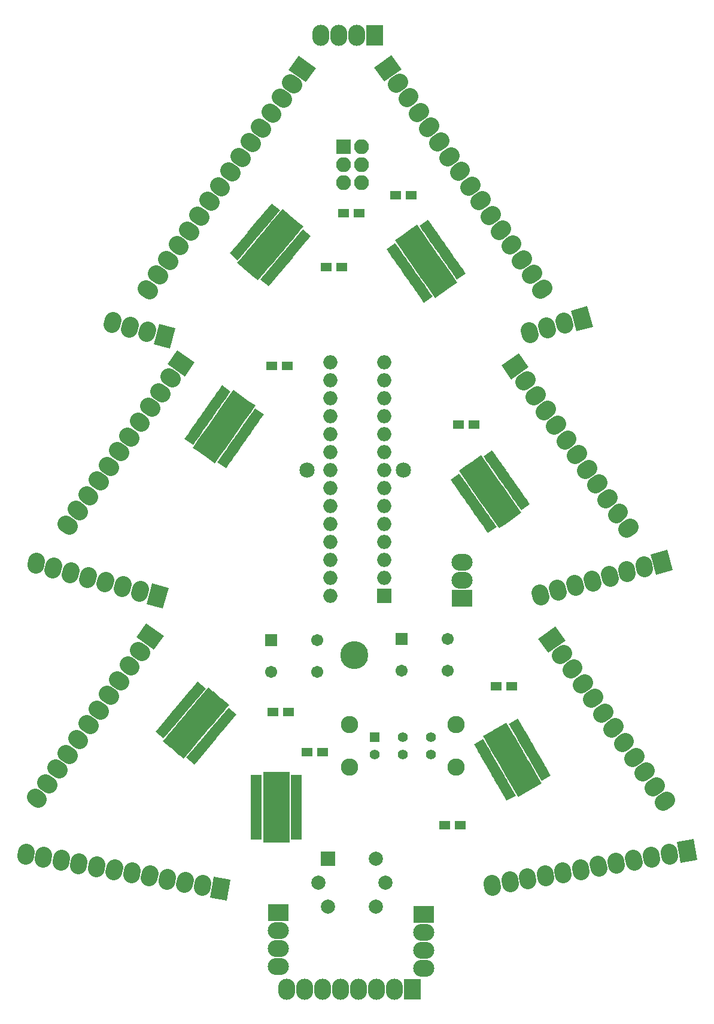
<source format=gts>
G04 #@! TF.FileFunction,Soldermask,Top*
%FSLAX46Y46*%
G04 Gerber Fmt 4.6, Leading zero omitted, Abs format (unit mm)*
G04 Created by KiCad (PCBNEW 4.0.7) date Sunday, November 19, 2023 'AMt' 11:29:43 AM*
%MOMM*%
%LPD*%
G01*
G04 APERTURE LIST*
%ADD10C,0.020000*%
%ADD11C,2.400000*%
%ADD12R,3.000000X2.400000*%
%ADD13O,3.000000X2.400000*%
%ADD14R,2.400000X3.000000*%
%ADD15O,2.400000X3.000000*%
%ADD16C,2.155000*%
%ADD17C,3.960000*%
%ADD18R,1.600000X1.300000*%
%ADD19R,1.500000X0.800000*%
%ADD20R,1.290000X1.500000*%
%ADD21C,1.702000*%
%ADD22R,1.702000X1.702000*%
%ADD23R,2.000000X2.000000*%
%ADD24O,2.000000X2.000000*%
%ADD25R,2.004000X2.004000*%
%ADD26C,2.004000*%
%ADD27R,2.100000X2.100000*%
%ADD28O,2.100000X2.100000*%
%ADD29R,1.412000X1.412000*%
%ADD30C,1.412000*%
%ADD31C,2.454000*%
G04 APERTURE END LIST*
D10*
G36*
X151808860Y-30697742D02*
X154266316Y-28977013D01*
X155642900Y-30942978D01*
X153185444Y-32663707D01*
X151808860Y-30697742D01*
X151808860Y-30697742D01*
G37*
D11*
X155428510Y-32728933D02*
X154937018Y-33073079D01*
X156885394Y-34809579D02*
X156393902Y-35153725D01*
X158342278Y-36890226D02*
X157850786Y-37234372D01*
X159799163Y-38970872D02*
X159307671Y-39315018D01*
X161256047Y-41051518D02*
X160764555Y-41395664D01*
X162712931Y-43132164D02*
X162221439Y-43476310D01*
X164169815Y-45212810D02*
X163678323Y-45556956D01*
X165626699Y-47293457D02*
X165135207Y-47637603D01*
X167083583Y-49374103D02*
X166592091Y-49718249D01*
X168540467Y-51454749D02*
X168048975Y-51798895D01*
X169997352Y-53535395D02*
X169505860Y-53879541D01*
X171454236Y-55616041D02*
X170962744Y-55960187D01*
X172911120Y-57696688D02*
X172419628Y-58040834D01*
X174368004Y-59777334D02*
X173876512Y-60121480D01*
X175824888Y-61857980D02*
X175333396Y-62202126D01*
D10*
G36*
X181949082Y-64445628D02*
X182725540Y-67343406D01*
X180407318Y-67964572D01*
X179630860Y-65066794D01*
X181949082Y-64445628D01*
X181949082Y-64445628D01*
G37*
D11*
X178802394Y-67152278D02*
X178647102Y-66572722D01*
X176348943Y-67809679D02*
X176193651Y-67230123D01*
X173895491Y-68467079D02*
X173740199Y-67887523D01*
D10*
G36*
X169786980Y-72826182D02*
X172244436Y-71105453D01*
X173621020Y-73071418D01*
X171163564Y-74792147D01*
X169786980Y-72826182D01*
X169786980Y-72826182D01*
G37*
D11*
X173406630Y-74857373D02*
X172915138Y-75201519D01*
X174863514Y-76938019D02*
X174372022Y-77282165D01*
X176320398Y-79018666D02*
X175828906Y-79362812D01*
X177777283Y-81099312D02*
X177285791Y-81443458D01*
X179234167Y-83179958D02*
X178742675Y-83524104D01*
X180691051Y-85260604D02*
X180199559Y-85604750D01*
X182147935Y-87341250D02*
X181656443Y-87685396D01*
X183604819Y-89421897D02*
X183113327Y-89766043D01*
X185061703Y-91502543D02*
X184570211Y-91846689D01*
X186518587Y-93583189D02*
X186027095Y-93927335D01*
X187975472Y-95663835D02*
X187483980Y-96007981D01*
D10*
G36*
X193226682Y-98898188D02*
X194003140Y-101795966D01*
X191684918Y-102417132D01*
X190908460Y-99519354D01*
X193226682Y-98898188D01*
X193226682Y-98898188D01*
G37*
D11*
X190079994Y-101604838D02*
X189924702Y-101025282D01*
X187626543Y-102262239D02*
X187471251Y-101682683D01*
X185173091Y-102919639D02*
X185017799Y-102340083D01*
X182719640Y-103577039D02*
X182564348Y-102997483D01*
X180266188Y-104234440D02*
X180110896Y-103654884D01*
X177812736Y-104891840D02*
X177657444Y-104312284D01*
X175359285Y-105549241D02*
X175203993Y-104969685D01*
D10*
G36*
X175006680Y-111459582D02*
X177464136Y-109738853D01*
X178840720Y-111704818D01*
X176383264Y-113425547D01*
X175006680Y-111459582D01*
X175006680Y-111459582D01*
G37*
D11*
X178626330Y-113490773D02*
X178134838Y-113834919D01*
X180083214Y-115571419D02*
X179591722Y-115915565D01*
X181540098Y-117652066D02*
X181048606Y-117996212D01*
X182996983Y-119732712D02*
X182505491Y-120076858D01*
X184453867Y-121813358D02*
X183962375Y-122157504D01*
X185910751Y-123894004D02*
X185419259Y-124238150D01*
X187367635Y-125974650D02*
X186876143Y-126318796D01*
X188824519Y-128055297D02*
X188333027Y-128399443D01*
X190281403Y-130135943D02*
X189789911Y-130480089D01*
X191738287Y-132216589D02*
X191246795Y-132560735D01*
X193195172Y-134297235D02*
X192703680Y-134641381D01*
D10*
G36*
X196945797Y-139767011D02*
X197466742Y-142721434D01*
X195103203Y-143138189D01*
X194582258Y-140183766D01*
X196945797Y-139767011D01*
X196945797Y-139767011D01*
G37*
D11*
X193575182Y-142189108D02*
X193470994Y-141598224D01*
X191073771Y-142630175D02*
X190969583Y-142039291D01*
X188572359Y-143071241D02*
X188468171Y-142480357D01*
X186070947Y-143512307D02*
X185966759Y-142921423D01*
X183569536Y-143953374D02*
X183465348Y-143362490D01*
X181068124Y-144394440D02*
X180963936Y-143803556D01*
X178566712Y-144835507D02*
X178462524Y-144244623D01*
X176065300Y-145276573D02*
X175961112Y-144685689D01*
X173563889Y-145717639D02*
X173459701Y-145126755D01*
X171062477Y-146158706D02*
X170958289Y-145567822D01*
X168561065Y-146599772D02*
X168456877Y-146008888D01*
D12*
X158775400Y-150418800D03*
D13*
X158775400Y-152958800D03*
X158775400Y-155498800D03*
X158775400Y-158038800D03*
D14*
X157187900Y-160985200D03*
D15*
X154647900Y-160985200D03*
X152107900Y-160985200D03*
X149567900Y-160985200D03*
X147027900Y-160985200D03*
X144487900Y-160985200D03*
X141947900Y-160985200D03*
X139407900Y-160985200D03*
D12*
X138252200Y-150152100D03*
D13*
X138252200Y-152692100D03*
X138252200Y-155232100D03*
X138252200Y-157772100D03*
D10*
G36*
X131469922Y-145505066D02*
X130948977Y-148459489D01*
X128585438Y-148042734D01*
X129106383Y-145088311D01*
X131469922Y-145505066D01*
X131469922Y-145505066D01*
G37*
D11*
X127474174Y-146628276D02*
X127578362Y-146037392D01*
X124972763Y-146187209D02*
X125076951Y-145596325D01*
X122471351Y-145746143D02*
X122575539Y-145155259D01*
X119969939Y-145305077D02*
X120074127Y-144714193D01*
X117468528Y-144864010D02*
X117572716Y-144273126D01*
X114967116Y-144422944D02*
X115071304Y-143832060D01*
X112465704Y-143981877D02*
X112569892Y-143390993D01*
X109964292Y-143540811D02*
X110068480Y-142949927D01*
X107462881Y-143099745D02*
X107567069Y-142508861D01*
X104961469Y-142658678D02*
X105065657Y-142067794D01*
X102460057Y-142217612D02*
X102564245Y-141626728D01*
D10*
G36*
X119553304Y-109307053D02*
X122010760Y-111027782D01*
X120634176Y-112993747D01*
X118176720Y-111273018D01*
X119553304Y-109307053D01*
X119553304Y-109307053D01*
G37*
D11*
X118882602Y-113403119D02*
X118391110Y-113058973D01*
X117425718Y-115483765D02*
X116934226Y-115139619D01*
X115968834Y-117564412D02*
X115477342Y-117220266D01*
X114511949Y-119645058D02*
X114020457Y-119300912D01*
X113055065Y-121725704D02*
X112563573Y-121381558D01*
X111598181Y-123806350D02*
X111106689Y-123462204D01*
X110141297Y-125886996D02*
X109649805Y-125542850D01*
X108684413Y-127967643D02*
X108192921Y-127623497D01*
X107227529Y-130048289D02*
X106736037Y-129704143D01*
X105770645Y-132128935D02*
X105279153Y-131784789D01*
X104313760Y-134209581D02*
X103822268Y-133865435D01*
D10*
G36*
X122692640Y-104276774D02*
X121916182Y-107174552D01*
X119597960Y-106553386D01*
X120374418Y-103655608D01*
X122692640Y-104276774D01*
X122692640Y-104276774D01*
G37*
D11*
X118614202Y-105047458D02*
X118769494Y-104467902D01*
X116160751Y-104390057D02*
X116316043Y-103810501D01*
X113707299Y-103732657D02*
X113862591Y-103153101D01*
X111253848Y-103075257D02*
X111409140Y-102495701D01*
X108800396Y-102417856D02*
X108955688Y-101838300D01*
X106346944Y-101760456D02*
X106502236Y-101180900D01*
X103893493Y-101103055D02*
X104048785Y-100523499D01*
D10*
G36*
X123675620Y-67571234D02*
X122899162Y-70469012D01*
X120580940Y-69847846D01*
X121357398Y-66950068D01*
X123675620Y-67571234D01*
X123675620Y-67571234D01*
G37*
D11*
X119597182Y-68341918D02*
X119752474Y-67762362D01*
X117143731Y-67684517D02*
X117299023Y-67104961D01*
X114690279Y-67027117D02*
X114845571Y-66447561D01*
D10*
G36*
X141077264Y-29068453D02*
X143534720Y-30789182D01*
X142158136Y-32755147D01*
X139700680Y-31034418D01*
X141077264Y-29068453D01*
X141077264Y-29068453D01*
G37*
D11*
X140406562Y-33164519D02*
X139915070Y-32820373D01*
X138949678Y-35245165D02*
X138458186Y-34901019D01*
X137492794Y-37325812D02*
X137001302Y-36981666D01*
X136035909Y-39406458D02*
X135544417Y-39062312D01*
X134579025Y-41487104D02*
X134087533Y-41142958D01*
X133122141Y-43567750D02*
X132630649Y-43223604D01*
X131665257Y-45648396D02*
X131173765Y-45304250D01*
X130208373Y-47729043D02*
X129716881Y-47384897D01*
X128751489Y-49809689D02*
X128259997Y-49465543D01*
X127294605Y-51890335D02*
X126803113Y-51546189D01*
X125837720Y-53970981D02*
X125346228Y-53626835D01*
X124380836Y-56051627D02*
X123889344Y-55707481D01*
X122923952Y-58132274D02*
X122432460Y-57788128D01*
X121467068Y-60212920D02*
X120975576Y-59868774D01*
X120010184Y-62293566D02*
X119518692Y-61949420D01*
D14*
X151858980Y-26123900D03*
D15*
X149318980Y-26123900D03*
X146778980Y-26123900D03*
X144238980Y-26123900D03*
D10*
G36*
X123906864Y-70678733D02*
X126364320Y-72399462D01*
X124987736Y-74365427D01*
X122530280Y-72644698D01*
X123906864Y-70678733D01*
X123906864Y-70678733D01*
G37*
D11*
X123236162Y-74774799D02*
X122744670Y-74430653D01*
X121779278Y-76855445D02*
X121287786Y-76511299D01*
X120322394Y-78936092D02*
X119830902Y-78591946D01*
X118865509Y-81016738D02*
X118374017Y-80672592D01*
X117408625Y-83097384D02*
X116917133Y-82753238D01*
X115951741Y-85178030D02*
X115460249Y-84833884D01*
X114494857Y-87258676D02*
X114003365Y-86914530D01*
X113037973Y-89339323D02*
X112546481Y-88995177D01*
X111581089Y-91419969D02*
X111089597Y-91075823D01*
X110124205Y-93500615D02*
X109632713Y-93156469D01*
X108667320Y-95581261D02*
X108175828Y-95237115D01*
D16*
X142305600Y-87632000D03*
X155895600Y-87632000D03*
D17*
X148935600Y-113792000D03*
D18*
X163720600Y-81191100D03*
X165920600Y-81191100D03*
X145013500Y-58897520D03*
X147213500Y-58897520D03*
X137332540Y-72862440D03*
X139532540Y-72862440D03*
X154805200Y-48780700D03*
X157005200Y-48780700D03*
X137454460Y-121790460D03*
X139654460Y-121790460D03*
X161734320Y-137795000D03*
X163934320Y-137795000D03*
X142262680Y-127462280D03*
X144462680Y-127462280D03*
X169057140Y-118160800D03*
X171257140Y-118160800D03*
D10*
G36*
X163050843Y-89624858D02*
X162591981Y-88969537D01*
X163820709Y-88109172D01*
X164279571Y-88764493D01*
X163050843Y-89624858D01*
X163050843Y-89624858D01*
G37*
G36*
X163423668Y-90157307D02*
X162964806Y-89501986D01*
X164193534Y-88641621D01*
X164652396Y-89296942D01*
X163423668Y-90157307D01*
X163423668Y-90157307D01*
G37*
G36*
X163796493Y-90689756D02*
X163337631Y-90034435D01*
X164566359Y-89174070D01*
X165025221Y-89829391D01*
X163796493Y-90689756D01*
X163796493Y-90689756D01*
G37*
G36*
X164169317Y-91222205D02*
X163710455Y-90566884D01*
X164939183Y-89706519D01*
X165398045Y-90361840D01*
X164169317Y-91222205D01*
X164169317Y-91222205D01*
G37*
G36*
X164542142Y-91754654D02*
X164083280Y-91099333D01*
X165312008Y-90238968D01*
X165770870Y-90894289D01*
X164542142Y-91754654D01*
X164542142Y-91754654D01*
G37*
G36*
X164914967Y-92287103D02*
X164456105Y-91631782D01*
X165684833Y-90771417D01*
X166143695Y-91426738D01*
X164914967Y-92287103D01*
X164914967Y-92287103D01*
G37*
G36*
X165287791Y-92819551D02*
X164828929Y-92164230D01*
X166057657Y-91303865D01*
X166516519Y-91959186D01*
X165287791Y-92819551D01*
X165287791Y-92819551D01*
G37*
G36*
X165660616Y-93352000D02*
X165201754Y-92696679D01*
X166430482Y-91836314D01*
X166889344Y-92491635D01*
X165660616Y-93352000D01*
X165660616Y-93352000D01*
G37*
G36*
X166033441Y-93884449D02*
X165574579Y-93229128D01*
X166803307Y-92368763D01*
X167262169Y-93024084D01*
X166033441Y-93884449D01*
X166033441Y-93884449D01*
G37*
G36*
X166406265Y-94416898D02*
X165947403Y-93761577D01*
X167176131Y-92901212D01*
X167634993Y-93556533D01*
X166406265Y-94416898D01*
X166406265Y-94416898D01*
G37*
G36*
X166779090Y-94949347D02*
X166320228Y-94294026D01*
X167548956Y-93433661D01*
X168007818Y-94088982D01*
X166779090Y-94949347D01*
X166779090Y-94949347D01*
G37*
G36*
X167151915Y-95481796D02*
X166693053Y-94826475D01*
X167921781Y-93966110D01*
X168380643Y-94621431D01*
X167151915Y-95481796D01*
X167151915Y-95481796D01*
G37*
G36*
X167524739Y-96014244D02*
X167065877Y-95358923D01*
X168294605Y-94498558D01*
X168753467Y-95153879D01*
X167524739Y-96014244D01*
X167524739Y-96014244D01*
G37*
G36*
X167897564Y-96546693D02*
X167438702Y-95891372D01*
X168667430Y-95031007D01*
X169126292Y-95686328D01*
X167897564Y-96546693D01*
X167897564Y-96546693D01*
G37*
G36*
X172566731Y-93277308D02*
X172107869Y-92621987D01*
X173336597Y-91761622D01*
X173795459Y-92416943D01*
X172566731Y-93277308D01*
X172566731Y-93277308D01*
G37*
G36*
X172193906Y-92744859D02*
X171735044Y-92089538D01*
X172963772Y-91229173D01*
X173422634Y-91884494D01*
X172193906Y-92744859D01*
X172193906Y-92744859D01*
G37*
G36*
X171821081Y-92212410D02*
X171362219Y-91557089D01*
X172590947Y-90696724D01*
X173049809Y-91352045D01*
X171821081Y-92212410D01*
X171821081Y-92212410D01*
G37*
G36*
X171448257Y-91679961D02*
X170989395Y-91024640D01*
X172218123Y-90164275D01*
X172676985Y-90819596D01*
X171448257Y-91679961D01*
X171448257Y-91679961D01*
G37*
G36*
X171075432Y-91147512D02*
X170616570Y-90492191D01*
X171845298Y-89631826D01*
X172304160Y-90287147D01*
X171075432Y-91147512D01*
X171075432Y-91147512D01*
G37*
G36*
X170702607Y-90615063D02*
X170243745Y-89959742D01*
X171472473Y-89099377D01*
X171931335Y-89754698D01*
X170702607Y-90615063D01*
X170702607Y-90615063D01*
G37*
G36*
X170329783Y-90082615D02*
X169870921Y-89427294D01*
X171099649Y-88566929D01*
X171558511Y-89222250D01*
X170329783Y-90082615D01*
X170329783Y-90082615D01*
G37*
G36*
X169956958Y-89550166D02*
X169498096Y-88894845D01*
X170726824Y-88034480D01*
X171185686Y-88689801D01*
X169956958Y-89550166D01*
X169956958Y-89550166D01*
G37*
G36*
X169584133Y-89017717D02*
X169125271Y-88362396D01*
X170353999Y-87502031D01*
X170812861Y-88157352D01*
X169584133Y-89017717D01*
X169584133Y-89017717D01*
G37*
G36*
X169211309Y-88485268D02*
X168752447Y-87829947D01*
X169981175Y-86969582D01*
X170440037Y-87624903D01*
X169211309Y-88485268D01*
X169211309Y-88485268D01*
G37*
G36*
X168838484Y-87952819D02*
X168379622Y-87297498D01*
X169608350Y-86437133D01*
X170067212Y-87092454D01*
X168838484Y-87952819D01*
X168838484Y-87952819D01*
G37*
G36*
X168465659Y-87420370D02*
X168006797Y-86765049D01*
X169235525Y-85904684D01*
X169694387Y-86560005D01*
X168465659Y-87420370D01*
X168465659Y-87420370D01*
G37*
G36*
X168092835Y-86887922D02*
X167633973Y-86232601D01*
X168862701Y-85372236D01*
X169321563Y-86027557D01*
X168092835Y-86887922D01*
X168092835Y-86887922D01*
G37*
G36*
X167720010Y-86355473D02*
X167261148Y-85700152D01*
X168489876Y-84839787D01*
X168948738Y-85495108D01*
X167720010Y-86355473D01*
X167720010Y-86355473D01*
G37*
G36*
X169474491Y-95869788D02*
X168614127Y-94641060D01*
X169670833Y-93901146D01*
X170531197Y-95129874D01*
X169474491Y-95869788D01*
X169474491Y-95869788D01*
G37*
G36*
X170170770Y-95382248D02*
X169310406Y-94153520D01*
X170367112Y-93413606D01*
X171227476Y-94642334D01*
X170170770Y-95382248D01*
X170170770Y-95382248D01*
G37*
G36*
X171563328Y-94407168D02*
X170702964Y-93178440D01*
X171759670Y-92438526D01*
X172620034Y-93667254D01*
X171563328Y-94407168D01*
X171563328Y-94407168D01*
G37*
G36*
X170867049Y-94894708D02*
X170006685Y-93665980D01*
X171063391Y-92926066D01*
X171923755Y-94154794D01*
X170867049Y-94894708D01*
X170867049Y-94894708D01*
G37*
G36*
X170261209Y-94029479D02*
X169400845Y-92800751D01*
X170457551Y-92060837D01*
X171317915Y-93289565D01*
X170261209Y-94029479D01*
X170261209Y-94029479D01*
G37*
G36*
X170957488Y-93541939D02*
X170097124Y-92313211D01*
X171153830Y-91573297D01*
X172014194Y-92802025D01*
X170957488Y-93541939D01*
X170957488Y-93541939D01*
G37*
G36*
X169564930Y-94517019D02*
X168704566Y-93288291D01*
X169761272Y-92548377D01*
X170621636Y-93777105D01*
X169564930Y-94517019D01*
X169564930Y-94517019D01*
G37*
G36*
X168868650Y-95004559D02*
X168008286Y-93775831D01*
X169064992Y-93035917D01*
X169925356Y-94264645D01*
X168868650Y-95004559D01*
X168868650Y-95004559D01*
G37*
G36*
X168262810Y-94139330D02*
X167402446Y-92910602D01*
X168459152Y-92170688D01*
X169319516Y-93399416D01*
X168262810Y-94139330D01*
X168262810Y-94139330D01*
G37*
G36*
X168959090Y-93651790D02*
X168098726Y-92423062D01*
X169155432Y-91683148D01*
X170015796Y-92911876D01*
X168959090Y-93651790D01*
X168959090Y-93651790D01*
G37*
G36*
X170351648Y-92676710D02*
X169491284Y-91447982D01*
X170547990Y-90708068D01*
X171408354Y-91936796D01*
X170351648Y-92676710D01*
X170351648Y-92676710D01*
G37*
G36*
X169655369Y-93164250D02*
X168795005Y-91935522D01*
X169851711Y-91195608D01*
X170712075Y-92424336D01*
X169655369Y-93164250D01*
X169655369Y-93164250D01*
G37*
G36*
X169049529Y-92299020D02*
X168189165Y-91070292D01*
X169245871Y-90330378D01*
X170106235Y-91559106D01*
X169049529Y-92299020D01*
X169049529Y-92299020D01*
G37*
G36*
X169745808Y-91811480D02*
X168885444Y-90582752D01*
X169942150Y-89842838D01*
X170802514Y-91071566D01*
X169745808Y-91811480D01*
X169745808Y-91811480D01*
G37*
G36*
X168353249Y-92786560D02*
X167492885Y-91557832D01*
X168549591Y-90817918D01*
X169409955Y-92046646D01*
X168353249Y-92786560D01*
X168353249Y-92786560D01*
G37*
G36*
X167656970Y-93274100D02*
X166796606Y-92045372D01*
X167853312Y-91305458D01*
X168713676Y-92534186D01*
X167656970Y-93274100D01*
X167656970Y-93274100D01*
G37*
G36*
X167051130Y-92408871D02*
X166190766Y-91180143D01*
X167247472Y-90440229D01*
X168107836Y-91668957D01*
X167051130Y-92408871D01*
X167051130Y-92408871D01*
G37*
G36*
X167747409Y-91921331D02*
X166887045Y-90692603D01*
X167943751Y-89952689D01*
X168804115Y-91181417D01*
X167747409Y-91921331D01*
X167747409Y-91921331D01*
G37*
G36*
X169139968Y-90946251D02*
X168279604Y-89717523D01*
X169336310Y-88977609D01*
X170196674Y-90206337D01*
X169139968Y-90946251D01*
X169139968Y-90946251D01*
G37*
G36*
X168443689Y-91433791D02*
X167583325Y-90205063D01*
X168640031Y-89465149D01*
X169500395Y-90693877D01*
X168443689Y-91433791D01*
X168443689Y-91433791D01*
G37*
G36*
X167837849Y-90568562D02*
X166977485Y-89339834D01*
X168034191Y-88599920D01*
X168894555Y-89828648D01*
X167837849Y-90568562D01*
X167837849Y-90568562D01*
G37*
G36*
X168534128Y-90081022D02*
X167673764Y-88852294D01*
X168730470Y-88112380D01*
X169590834Y-89341108D01*
X168534128Y-90081022D01*
X168534128Y-90081022D01*
G37*
G36*
X167141569Y-91056102D02*
X166281205Y-89827374D01*
X167337911Y-89087460D01*
X168198275Y-90316188D01*
X167141569Y-91056102D01*
X167141569Y-91056102D01*
G37*
G36*
X166445290Y-91543642D02*
X165584926Y-90314914D01*
X166641632Y-89575000D01*
X167501996Y-90803728D01*
X166445290Y-91543642D01*
X166445290Y-91543642D01*
G37*
G36*
X165839450Y-90678412D02*
X164979086Y-89449684D01*
X166035792Y-88709770D01*
X166896156Y-89938498D01*
X165839450Y-90678412D01*
X165839450Y-90678412D01*
G37*
G36*
X166535729Y-90190872D02*
X165675365Y-88962144D01*
X166732071Y-88222230D01*
X167592435Y-89450958D01*
X166535729Y-90190872D01*
X166535729Y-90190872D01*
G37*
G36*
X167928288Y-89215792D02*
X167067924Y-87987064D01*
X168124630Y-87247150D01*
X168984994Y-88475878D01*
X167928288Y-89215792D01*
X167928288Y-89215792D01*
G37*
G36*
X167232008Y-89703332D02*
X166371644Y-88474604D01*
X167428350Y-87734690D01*
X168288714Y-88963418D01*
X167232008Y-89703332D01*
X167232008Y-89703332D01*
G37*
G36*
X166626168Y-88838103D02*
X165765804Y-87609375D01*
X166822510Y-86869461D01*
X167682874Y-88098189D01*
X166626168Y-88838103D01*
X166626168Y-88838103D01*
G37*
G36*
X167322448Y-88350563D02*
X166462084Y-87121835D01*
X167518790Y-86381921D01*
X168379154Y-87610649D01*
X167322448Y-88350563D01*
X167322448Y-88350563D01*
G37*
G36*
X165929889Y-89325643D02*
X165069525Y-88096915D01*
X166126231Y-87357001D01*
X166986595Y-88585729D01*
X165929889Y-89325643D01*
X165929889Y-89325643D01*
G37*
G36*
X165233610Y-89813183D02*
X164373246Y-88584455D01*
X165429952Y-87844541D01*
X166290316Y-89073269D01*
X165233610Y-89813183D01*
X165233610Y-89813183D01*
G37*
G36*
X164627770Y-88947954D02*
X163767406Y-87719226D01*
X164824112Y-86979312D01*
X165684476Y-88208040D01*
X164627770Y-88947954D01*
X164627770Y-88947954D01*
G37*
G36*
X165324049Y-88460414D02*
X164463685Y-87231686D01*
X165520391Y-86491772D01*
X166380755Y-87720500D01*
X165324049Y-88460414D01*
X165324049Y-88460414D01*
G37*
G36*
X166716607Y-87485334D02*
X165856243Y-86256606D01*
X166912949Y-85516692D01*
X167773313Y-86745420D01*
X166716607Y-87485334D01*
X166716607Y-87485334D01*
G37*
G36*
X166020328Y-87972874D02*
X165159964Y-86744146D01*
X166216670Y-86004232D01*
X167077034Y-87232960D01*
X166020328Y-87972874D01*
X166020328Y-87972874D01*
G37*
G36*
X136779623Y-50524085D02*
X137293853Y-49911250D01*
X138442919Y-50875431D01*
X137928689Y-51488266D01*
X136779623Y-50524085D01*
X136779623Y-50524085D01*
G37*
G36*
X136361811Y-51022013D02*
X136876041Y-50409178D01*
X138025107Y-51373359D01*
X137510877Y-51986194D01*
X136361811Y-51022013D01*
X136361811Y-51022013D01*
G37*
G36*
X135943999Y-51519942D02*
X136458229Y-50907107D01*
X137607295Y-51871288D01*
X137093065Y-52484123D01*
X135943999Y-51519942D01*
X135943999Y-51519942D01*
G37*
G36*
X135526187Y-52017871D02*
X136040417Y-51405036D01*
X137189483Y-52369217D01*
X136675253Y-52982052D01*
X135526187Y-52017871D01*
X135526187Y-52017871D01*
G37*
G36*
X135108375Y-52515800D02*
X135622605Y-51902965D01*
X136771671Y-52867146D01*
X136257441Y-53479981D01*
X135108375Y-52515800D01*
X135108375Y-52515800D01*
G37*
G36*
X134690563Y-53013729D02*
X135204793Y-52400894D01*
X136353859Y-53365075D01*
X135839629Y-53977910D01*
X134690563Y-53013729D01*
X134690563Y-53013729D01*
G37*
G36*
X134272751Y-53511658D02*
X134786981Y-52898823D01*
X135936047Y-53863004D01*
X135421817Y-54475839D01*
X134272751Y-53511658D01*
X134272751Y-53511658D01*
G37*
G36*
X133854939Y-54009587D02*
X134369169Y-53396752D01*
X135518235Y-54360933D01*
X135004005Y-54973768D01*
X133854939Y-54009587D01*
X133854939Y-54009587D01*
G37*
G36*
X133437127Y-54507516D02*
X133951357Y-53894681D01*
X135100423Y-54858862D01*
X134586193Y-55471697D01*
X133437127Y-54507516D01*
X133437127Y-54507516D01*
G37*
G36*
X133019315Y-55005445D02*
X133533545Y-54392610D01*
X134682611Y-55356791D01*
X134168381Y-55969626D01*
X133019315Y-55005445D01*
X133019315Y-55005445D01*
G37*
G36*
X132601504Y-55503373D02*
X133115734Y-54890538D01*
X134264800Y-55854719D01*
X133750570Y-56467554D01*
X132601504Y-55503373D01*
X132601504Y-55503373D01*
G37*
G36*
X132183692Y-56001302D02*
X132697922Y-55388467D01*
X133846988Y-56352648D01*
X133332758Y-56965483D01*
X132183692Y-56001302D01*
X132183692Y-56001302D01*
G37*
G36*
X131765880Y-56499231D02*
X132280110Y-55886396D01*
X133429176Y-56850577D01*
X132914946Y-57463412D01*
X131765880Y-56499231D01*
X131765880Y-56499231D01*
G37*
G36*
X131348068Y-56997160D02*
X131862298Y-56384325D01*
X133011364Y-57348506D01*
X132497134Y-57961341D01*
X131348068Y-56997160D01*
X131348068Y-56997160D01*
G37*
G36*
X135714521Y-60661049D02*
X136228751Y-60048214D01*
X137377817Y-61012395D01*
X136863587Y-61625230D01*
X135714521Y-60661049D01*
X135714521Y-60661049D01*
G37*
G36*
X136132333Y-60163121D02*
X136646563Y-59550286D01*
X137795629Y-60514467D01*
X137281399Y-61127302D01*
X136132333Y-60163121D01*
X136132333Y-60163121D01*
G37*
G36*
X136550145Y-59665192D02*
X137064375Y-59052357D01*
X138213441Y-60016538D01*
X137699211Y-60629373D01*
X136550145Y-59665192D01*
X136550145Y-59665192D01*
G37*
G36*
X136967957Y-59167263D02*
X137482187Y-58554428D01*
X138631253Y-59518609D01*
X138117023Y-60131444D01*
X136967957Y-59167263D01*
X136967957Y-59167263D01*
G37*
G36*
X137385769Y-58669334D02*
X137899999Y-58056499D01*
X139049065Y-59020680D01*
X138534835Y-59633515D01*
X137385769Y-58669334D01*
X137385769Y-58669334D01*
G37*
G36*
X137803581Y-58171405D02*
X138317811Y-57558570D01*
X139466877Y-58522751D01*
X138952647Y-59135586D01*
X137803581Y-58171405D01*
X137803581Y-58171405D01*
G37*
G36*
X138221393Y-57673476D02*
X138735623Y-57060641D01*
X139884689Y-58024822D01*
X139370459Y-58637657D01*
X138221393Y-57673476D01*
X138221393Y-57673476D01*
G37*
G36*
X138639205Y-57175547D02*
X139153435Y-56562712D01*
X140302501Y-57526893D01*
X139788271Y-58139728D01*
X138639205Y-57175547D01*
X138639205Y-57175547D01*
G37*
G36*
X139057017Y-56677618D02*
X139571247Y-56064783D01*
X140720313Y-57028964D01*
X140206083Y-57641799D01*
X139057017Y-56677618D01*
X139057017Y-56677618D01*
G37*
G36*
X139474829Y-56179689D02*
X139989059Y-55566854D01*
X141138125Y-56531035D01*
X140623895Y-57143870D01*
X139474829Y-56179689D01*
X139474829Y-56179689D01*
G37*
G36*
X139892640Y-55681761D02*
X140406870Y-55068926D01*
X141555936Y-56033107D01*
X141041706Y-56645942D01*
X139892640Y-55681761D01*
X139892640Y-55681761D01*
G37*
G36*
X140310452Y-55183832D02*
X140824682Y-54570997D01*
X141973748Y-55535178D01*
X141459518Y-56148013D01*
X140310452Y-55183832D01*
X140310452Y-55183832D01*
G37*
G36*
X140728264Y-54685903D02*
X141242494Y-54073068D01*
X142391560Y-55037249D01*
X141877330Y-55650084D01*
X140728264Y-54685903D01*
X140728264Y-54685903D01*
G37*
G36*
X141146076Y-54187974D02*
X141660306Y-53575139D01*
X142809372Y-54539320D01*
X142295142Y-55152155D01*
X141146076Y-54187974D01*
X141146076Y-54187974D01*
G37*
G36*
X132410047Y-58345159D02*
X133374228Y-57196093D01*
X134362425Y-58025289D01*
X133398244Y-59174355D01*
X132410047Y-58345159D01*
X132410047Y-58345159D01*
G37*
G36*
X133061184Y-58891528D02*
X134025365Y-57742462D01*
X135013562Y-58571658D01*
X134049381Y-59720724D01*
X133061184Y-58891528D01*
X133061184Y-58891528D01*
G37*
G36*
X134363460Y-59984267D02*
X135327641Y-58835201D01*
X136315838Y-59664397D01*
X135351657Y-60813463D01*
X134363460Y-59984267D01*
X134363460Y-59984267D01*
G37*
G36*
X133712322Y-59437898D02*
X134676503Y-58288832D01*
X135664700Y-59118028D01*
X134700519Y-60267094D01*
X133712322Y-59437898D01*
X133712322Y-59437898D01*
G37*
G36*
X134391267Y-58628763D02*
X135355448Y-57479697D01*
X136343645Y-58308893D01*
X135379464Y-59457959D01*
X134391267Y-58628763D01*
X134391267Y-58628763D01*
G37*
G36*
X135042404Y-59175133D02*
X136006585Y-58026067D01*
X136994782Y-58855263D01*
X136030601Y-60004329D01*
X135042404Y-59175133D01*
X135042404Y-59175133D01*
G37*
G36*
X133740129Y-58082394D02*
X134704310Y-56933328D01*
X135692507Y-57762524D01*
X134728326Y-58911590D01*
X133740129Y-58082394D01*
X133740129Y-58082394D01*
G37*
G36*
X133088991Y-57536024D02*
X134053172Y-56386958D01*
X135041369Y-57216154D01*
X134077188Y-58365220D01*
X133088991Y-57536024D01*
X133088991Y-57536024D01*
G37*
G36*
X133767936Y-56726890D02*
X134732117Y-55577824D01*
X135720314Y-56407020D01*
X134756133Y-57556086D01*
X133767936Y-56726890D01*
X133767936Y-56726890D01*
G37*
G36*
X134419073Y-57273259D02*
X135383254Y-56124193D01*
X136371451Y-56953389D01*
X135407270Y-58102455D01*
X134419073Y-57273259D01*
X134419073Y-57273259D01*
G37*
G36*
X135721349Y-58365998D02*
X136685530Y-57216932D01*
X137673727Y-58046128D01*
X136709546Y-59195194D01*
X135721349Y-58365998D01*
X135721349Y-58365998D01*
G37*
G36*
X135070211Y-57819629D02*
X136034392Y-56670563D01*
X137022589Y-57499759D01*
X136058408Y-58648825D01*
X135070211Y-57819629D01*
X135070211Y-57819629D01*
G37*
G36*
X135749155Y-57010494D02*
X136713336Y-55861428D01*
X137701533Y-56690624D01*
X136737352Y-57839690D01*
X135749155Y-57010494D01*
X135749155Y-57010494D01*
G37*
G36*
X136400293Y-57556864D02*
X137364474Y-56407798D01*
X138352671Y-57236994D01*
X137388490Y-58386060D01*
X136400293Y-57556864D01*
X136400293Y-57556864D01*
G37*
G36*
X135098018Y-56464125D02*
X136062199Y-55315059D01*
X137050396Y-56144255D01*
X136086215Y-57293321D01*
X135098018Y-56464125D01*
X135098018Y-56464125D01*
G37*
G36*
X134446880Y-55917755D02*
X135411061Y-54768689D01*
X136399258Y-55597885D01*
X135435077Y-56746951D01*
X134446880Y-55917755D01*
X134446880Y-55917755D01*
G37*
G36*
X135125824Y-55108621D02*
X136090005Y-53959555D01*
X137078202Y-54788751D01*
X136114021Y-55937817D01*
X135125824Y-55108621D01*
X135125824Y-55108621D01*
G37*
G36*
X135776962Y-55654990D02*
X136741143Y-54505924D01*
X137729340Y-55335120D01*
X136765159Y-56484186D01*
X135776962Y-55654990D01*
X135776962Y-55654990D01*
G37*
G36*
X137079238Y-56747729D02*
X138043419Y-55598663D01*
X139031616Y-56427859D01*
X138067435Y-57576925D01*
X137079238Y-56747729D01*
X137079238Y-56747729D01*
G37*
G36*
X136428100Y-56201360D02*
X137392281Y-55052294D01*
X138380478Y-55881490D01*
X137416297Y-57030556D01*
X136428100Y-56201360D01*
X136428100Y-56201360D01*
G37*
G36*
X137107044Y-55392225D02*
X138071225Y-54243159D01*
X139059422Y-55072355D01*
X138095241Y-56221421D01*
X137107044Y-55392225D01*
X137107044Y-55392225D01*
G37*
G36*
X137758182Y-55938595D02*
X138722363Y-54789529D01*
X139710560Y-55618725D01*
X138746379Y-56767791D01*
X137758182Y-55938595D01*
X137758182Y-55938595D01*
G37*
G36*
X136455907Y-54845856D02*
X137420088Y-53696790D01*
X138408285Y-54525986D01*
X137444104Y-55675052D01*
X136455907Y-54845856D01*
X136455907Y-54845856D01*
G37*
G36*
X135804769Y-54299486D02*
X136768950Y-53150420D01*
X137757147Y-53979616D01*
X136792966Y-55128682D01*
X135804769Y-54299486D01*
X135804769Y-54299486D01*
G37*
G36*
X136483713Y-53490352D02*
X137447894Y-52341286D01*
X138436091Y-53170482D01*
X137471910Y-54319548D01*
X136483713Y-53490352D01*
X136483713Y-53490352D01*
G37*
G36*
X137134851Y-54036721D02*
X138099032Y-52887655D01*
X139087229Y-53716851D01*
X138123048Y-54865917D01*
X137134851Y-54036721D01*
X137134851Y-54036721D01*
G37*
G36*
X138437126Y-55129460D02*
X139401307Y-53980394D01*
X140389504Y-54809590D01*
X139425323Y-55958656D01*
X138437126Y-55129460D01*
X138437126Y-55129460D01*
G37*
G36*
X137785989Y-54583091D02*
X138750170Y-53434025D01*
X139738367Y-54263221D01*
X138774186Y-55412287D01*
X137785989Y-54583091D01*
X137785989Y-54583091D01*
G37*
G36*
X138464933Y-53773956D02*
X139429114Y-52624890D01*
X140417311Y-53454086D01*
X139453130Y-54603152D01*
X138464933Y-53773956D01*
X138464933Y-53773956D01*
G37*
G36*
X139116071Y-54320326D02*
X140080252Y-53171260D01*
X141068449Y-54000456D01*
X140104268Y-55149522D01*
X139116071Y-54320326D01*
X139116071Y-54320326D01*
G37*
G36*
X137813795Y-53227587D02*
X138777976Y-52078521D01*
X139766173Y-52907717D01*
X138801992Y-54056783D01*
X137813795Y-53227587D01*
X137813795Y-53227587D01*
G37*
G36*
X137162658Y-52681217D02*
X138126839Y-51532151D01*
X139115036Y-52361347D01*
X138150855Y-53510413D01*
X137162658Y-52681217D01*
X137162658Y-52681217D01*
G37*
G36*
X137841602Y-51872083D02*
X138805783Y-50723017D01*
X139793980Y-51552213D01*
X138829799Y-52701279D01*
X137841602Y-51872083D01*
X137841602Y-51872083D01*
G37*
G36*
X138492740Y-52418452D02*
X139456921Y-51269386D01*
X140445118Y-52098582D01*
X139480937Y-53247648D01*
X138492740Y-52418452D01*
X138492740Y-52418452D01*
G37*
G36*
X139795015Y-53511191D02*
X140759196Y-52362125D01*
X141747393Y-53191321D01*
X140783212Y-54340387D01*
X139795015Y-53511191D01*
X139795015Y-53511191D01*
G37*
G36*
X139143878Y-52964822D02*
X140108059Y-51815756D01*
X141096256Y-52644952D01*
X140132075Y-53794018D01*
X139143878Y-52964822D01*
X139143878Y-52964822D01*
G37*
G36*
X129800982Y-76285068D02*
X130259844Y-75629747D01*
X131488572Y-76490112D01*
X131029710Y-77145433D01*
X129800982Y-76285068D01*
X129800982Y-76285068D01*
G37*
G36*
X129428157Y-76817517D02*
X129887019Y-76162196D01*
X131115747Y-77022561D01*
X130656885Y-77677882D01*
X129428157Y-76817517D01*
X129428157Y-76817517D01*
G37*
G36*
X129055333Y-77349965D02*
X129514195Y-76694644D01*
X130742923Y-77555009D01*
X130284061Y-78210330D01*
X129055333Y-77349965D01*
X129055333Y-77349965D01*
G37*
G36*
X128682508Y-77882414D02*
X129141370Y-77227093D01*
X130370098Y-78087458D01*
X129911236Y-78742779D01*
X128682508Y-77882414D01*
X128682508Y-77882414D01*
G37*
G36*
X128309683Y-78414863D02*
X128768545Y-77759542D01*
X129997273Y-78619907D01*
X129538411Y-79275228D01*
X128309683Y-78414863D01*
X128309683Y-78414863D01*
G37*
G36*
X127936859Y-78947312D02*
X128395721Y-78291991D01*
X129624449Y-79152356D01*
X129165587Y-79807677D01*
X127936859Y-78947312D01*
X127936859Y-78947312D01*
G37*
G36*
X127564034Y-79479761D02*
X128022896Y-78824440D01*
X129251624Y-79684805D01*
X128792762Y-80340126D01*
X127564034Y-79479761D01*
X127564034Y-79479761D01*
G37*
G36*
X127191209Y-80012210D02*
X127650071Y-79356889D01*
X128878799Y-80217254D01*
X128419937Y-80872575D01*
X127191209Y-80012210D01*
X127191209Y-80012210D01*
G37*
G36*
X126818385Y-80544658D02*
X127277247Y-79889337D01*
X128505975Y-80749702D01*
X128047113Y-81405023D01*
X126818385Y-80544658D01*
X126818385Y-80544658D01*
G37*
G36*
X126445560Y-81077107D02*
X126904422Y-80421786D01*
X128133150Y-81282151D01*
X127674288Y-81937472D01*
X126445560Y-81077107D01*
X126445560Y-81077107D01*
G37*
G36*
X126072735Y-81609556D02*
X126531597Y-80954235D01*
X127760325Y-81814600D01*
X127301463Y-82469921D01*
X126072735Y-81609556D01*
X126072735Y-81609556D01*
G37*
G36*
X125699911Y-82142005D02*
X126158773Y-81486684D01*
X127387501Y-82347049D01*
X126928639Y-83002370D01*
X125699911Y-82142005D01*
X125699911Y-82142005D01*
G37*
G36*
X125327086Y-82674454D02*
X125785948Y-82019133D01*
X127014676Y-82879498D01*
X126555814Y-83534819D01*
X125327086Y-82674454D01*
X125327086Y-82674454D01*
G37*
G36*
X124954261Y-83206903D02*
X125413123Y-82551582D01*
X126641851Y-83411947D01*
X126182989Y-84067268D01*
X124954261Y-83206903D01*
X124954261Y-83206903D01*
G37*
G36*
X129623428Y-86476288D02*
X130082290Y-85820967D01*
X131311018Y-86681332D01*
X130852156Y-87336653D01*
X129623428Y-86476288D01*
X129623428Y-86476288D01*
G37*
G36*
X129996253Y-85943839D02*
X130455115Y-85288518D01*
X131683843Y-86148883D01*
X131224981Y-86804204D01*
X129996253Y-85943839D01*
X129996253Y-85943839D01*
G37*
G36*
X130369077Y-85411391D02*
X130827939Y-84756070D01*
X132056667Y-85616435D01*
X131597805Y-86271756D01*
X130369077Y-85411391D01*
X130369077Y-85411391D01*
G37*
G36*
X130741902Y-84878942D02*
X131200764Y-84223621D01*
X132429492Y-85083986D01*
X131970630Y-85739307D01*
X130741902Y-84878942D01*
X130741902Y-84878942D01*
G37*
G36*
X131114727Y-84346493D02*
X131573589Y-83691172D01*
X132802317Y-84551537D01*
X132343455Y-85206858D01*
X131114727Y-84346493D01*
X131114727Y-84346493D01*
G37*
G36*
X131487551Y-83814044D02*
X131946413Y-83158723D01*
X133175141Y-84019088D01*
X132716279Y-84674409D01*
X131487551Y-83814044D01*
X131487551Y-83814044D01*
G37*
G36*
X131860376Y-83281595D02*
X132319238Y-82626274D01*
X133547966Y-83486639D01*
X133089104Y-84141960D01*
X131860376Y-83281595D01*
X131860376Y-83281595D01*
G37*
G36*
X132233201Y-82749146D02*
X132692063Y-82093825D01*
X133920791Y-82954190D01*
X133461929Y-83609511D01*
X132233201Y-82749146D01*
X132233201Y-82749146D01*
G37*
G36*
X132606025Y-82216698D02*
X133064887Y-81561377D01*
X134293615Y-82421742D01*
X133834753Y-83077063D01*
X132606025Y-82216698D01*
X132606025Y-82216698D01*
G37*
G36*
X132978850Y-81684249D02*
X133437712Y-81028928D01*
X134666440Y-81889293D01*
X134207578Y-82544614D01*
X132978850Y-81684249D01*
X132978850Y-81684249D01*
G37*
G36*
X133351675Y-81151800D02*
X133810537Y-80496479D01*
X135039265Y-81356844D01*
X134580403Y-82012165D01*
X133351675Y-81151800D01*
X133351675Y-81151800D01*
G37*
G36*
X133724499Y-80619351D02*
X134183361Y-79964030D01*
X135412089Y-80824395D01*
X134953227Y-81479716D01*
X133724499Y-80619351D01*
X133724499Y-80619351D01*
G37*
G36*
X134097324Y-80086902D02*
X134556186Y-79431581D01*
X135784914Y-80291946D01*
X135326052Y-80947267D01*
X134097324Y-80086902D01*
X134097324Y-80086902D01*
G37*
G36*
X134470149Y-79554453D02*
X134929011Y-78899132D01*
X136157739Y-79759497D01*
X135698877Y-80414818D01*
X134470149Y-79554453D01*
X134470149Y-79554453D01*
G37*
G36*
X126129686Y-84457214D02*
X126990050Y-83228486D01*
X128046756Y-83968400D01*
X127186392Y-85197128D01*
X126129686Y-84457214D01*
X126129686Y-84457214D01*
G37*
G36*
X126825965Y-84944754D02*
X127686329Y-83716026D01*
X128743035Y-84455940D01*
X127882671Y-85684668D01*
X126825965Y-84944754D01*
X126825965Y-84944754D01*
G37*
G36*
X128218523Y-85919834D02*
X129078887Y-84691106D01*
X130135593Y-85431020D01*
X129275229Y-86659748D01*
X128218523Y-85919834D01*
X128218523Y-85919834D01*
G37*
G36*
X127522244Y-85432294D02*
X128382608Y-84203566D01*
X129439314Y-84943480D01*
X128578950Y-86172208D01*
X127522244Y-85432294D01*
X127522244Y-85432294D01*
G37*
G36*
X128128084Y-84567065D02*
X128988448Y-83338337D01*
X130045154Y-84078251D01*
X129184790Y-85306979D01*
X128128084Y-84567065D01*
X128128084Y-84567065D01*
G37*
G36*
X128824364Y-85054605D02*
X129684728Y-83825877D01*
X130741434Y-84565791D01*
X129881070Y-85794519D01*
X128824364Y-85054605D01*
X128824364Y-85054605D01*
G37*
G36*
X127431805Y-84079525D02*
X128292169Y-82850797D01*
X129348875Y-83590711D01*
X128488511Y-84819439D01*
X127431805Y-84079525D01*
X127431805Y-84079525D01*
G37*
G36*
X126735526Y-83591985D02*
X127595890Y-82363257D01*
X128652596Y-83103171D01*
X127792232Y-84331899D01*
X126735526Y-83591985D01*
X126735526Y-83591985D01*
G37*
G36*
X127341366Y-82726756D02*
X128201730Y-81498028D01*
X129258436Y-82237942D01*
X128398072Y-83466670D01*
X127341366Y-82726756D01*
X127341366Y-82726756D01*
G37*
G36*
X128037645Y-83214296D02*
X128898009Y-81985568D01*
X129954715Y-82725482D01*
X129094351Y-83954210D01*
X128037645Y-83214296D01*
X128037645Y-83214296D01*
G37*
G36*
X129430204Y-84189376D02*
X130290568Y-82960648D01*
X131347274Y-83700562D01*
X130486910Y-84929290D01*
X129430204Y-84189376D01*
X129430204Y-84189376D01*
G37*
G36*
X128733924Y-83701836D02*
X129594288Y-82473108D01*
X130650994Y-83213022D01*
X129790630Y-84441750D01*
X128733924Y-83701836D01*
X128733924Y-83701836D01*
G37*
G36*
X129339765Y-82836606D02*
X130200129Y-81607878D01*
X131256835Y-82347792D01*
X130396471Y-83576520D01*
X129339765Y-82836606D01*
X129339765Y-82836606D01*
G37*
G36*
X130036044Y-83324146D02*
X130896408Y-82095418D01*
X131953114Y-82835332D01*
X131092750Y-84064060D01*
X130036044Y-83324146D01*
X130036044Y-83324146D01*
G37*
G36*
X128643485Y-82349066D02*
X129503849Y-81120338D01*
X130560555Y-81860252D01*
X129700191Y-83088980D01*
X128643485Y-82349066D01*
X128643485Y-82349066D01*
G37*
G36*
X127947206Y-81861526D02*
X128807570Y-80632798D01*
X129864276Y-81372712D01*
X129003912Y-82601440D01*
X127947206Y-81861526D01*
X127947206Y-81861526D01*
G37*
G36*
X128553046Y-80996297D02*
X129413410Y-79767569D01*
X130470116Y-80507483D01*
X129609752Y-81736211D01*
X128553046Y-80996297D01*
X128553046Y-80996297D01*
G37*
G36*
X129249325Y-81483837D02*
X130109689Y-80255109D01*
X131166395Y-80995023D01*
X130306031Y-82223751D01*
X129249325Y-81483837D01*
X129249325Y-81483837D01*
G37*
G36*
X130641884Y-82458917D02*
X131502248Y-81230189D01*
X132558954Y-81970103D01*
X131698590Y-83198831D01*
X130641884Y-82458917D01*
X130641884Y-82458917D01*
G37*
G36*
X129945605Y-81971377D02*
X130805969Y-80742649D01*
X131862675Y-81482563D01*
X131002311Y-82711291D01*
X129945605Y-81971377D01*
X129945605Y-81971377D01*
G37*
G36*
X130551445Y-81106148D02*
X131411809Y-79877420D01*
X132468515Y-80617334D01*
X131608151Y-81846062D01*
X130551445Y-81106148D01*
X130551445Y-81106148D01*
G37*
G36*
X131247724Y-81593688D02*
X132108088Y-80364960D01*
X133164794Y-81104874D01*
X132304430Y-82333602D01*
X131247724Y-81593688D01*
X131247724Y-81593688D01*
G37*
G36*
X129855165Y-80618608D02*
X130715529Y-79389880D01*
X131772235Y-80129794D01*
X130911871Y-81358522D01*
X129855165Y-80618608D01*
X129855165Y-80618608D01*
G37*
G36*
X129158886Y-80131068D02*
X130019250Y-78902340D01*
X131075956Y-79642254D01*
X130215592Y-80870982D01*
X129158886Y-80131068D01*
X129158886Y-80131068D01*
G37*
G36*
X129764726Y-79265838D02*
X130625090Y-78037110D01*
X131681796Y-78777024D01*
X130821432Y-80005752D01*
X129764726Y-79265838D01*
X129764726Y-79265838D01*
G37*
G36*
X130461006Y-79753378D02*
X131321370Y-78524650D01*
X132378076Y-79264564D01*
X131517712Y-80493292D01*
X130461006Y-79753378D01*
X130461006Y-79753378D01*
G37*
G36*
X131853564Y-80728458D02*
X132713928Y-79499730D01*
X133770634Y-80239644D01*
X132910270Y-81468372D01*
X131853564Y-80728458D01*
X131853564Y-80728458D01*
G37*
G36*
X131157285Y-80240918D02*
X132017649Y-79012190D01*
X133074355Y-79752104D01*
X132213991Y-80980832D01*
X131157285Y-80240918D01*
X131157285Y-80240918D01*
G37*
G36*
X131763125Y-79375689D02*
X132623489Y-78146961D01*
X133680195Y-78886875D01*
X132819831Y-80115603D01*
X131763125Y-79375689D01*
X131763125Y-79375689D01*
G37*
G36*
X132459404Y-79863229D02*
X133319768Y-78634501D01*
X134376474Y-79374415D01*
X133516110Y-80603143D01*
X132459404Y-79863229D01*
X132459404Y-79863229D01*
G37*
G36*
X131066846Y-78888149D02*
X131927210Y-77659421D01*
X132983916Y-78399335D01*
X132123552Y-79628063D01*
X131066846Y-78888149D01*
X131066846Y-78888149D01*
G37*
G36*
X130370566Y-78400609D02*
X131230930Y-77171881D01*
X132287636Y-77911795D01*
X131427272Y-79140523D01*
X130370566Y-78400609D01*
X130370566Y-78400609D01*
G37*
G36*
X130976407Y-77535380D02*
X131836771Y-76306652D01*
X132893477Y-77046566D01*
X132033113Y-78275294D01*
X130976407Y-77535380D01*
X130976407Y-77535380D01*
G37*
G36*
X131672686Y-78022920D02*
X132533050Y-76794192D01*
X133589756Y-77534106D01*
X132729392Y-78762834D01*
X131672686Y-78022920D01*
X131672686Y-78022920D01*
G37*
G36*
X133065244Y-78998000D02*
X133925608Y-77769272D01*
X134982314Y-78509186D01*
X134121950Y-79737914D01*
X133065244Y-78998000D01*
X133065244Y-78998000D01*
G37*
G36*
X132368965Y-78510460D02*
X133229329Y-77281732D01*
X134286035Y-78021646D01*
X133425671Y-79250374D01*
X132368965Y-78510460D01*
X132368965Y-78510460D01*
G37*
G36*
X153977963Y-57031578D02*
X153519101Y-56376257D01*
X154747829Y-55515892D01*
X155206691Y-56171213D01*
X153977963Y-57031578D01*
X153977963Y-57031578D01*
G37*
G36*
X154350788Y-57564027D02*
X153891926Y-56908706D01*
X155120654Y-56048341D01*
X155579516Y-56703662D01*
X154350788Y-57564027D01*
X154350788Y-57564027D01*
G37*
G36*
X154723613Y-58096476D02*
X154264751Y-57441155D01*
X155493479Y-56580790D01*
X155952341Y-57236111D01*
X154723613Y-58096476D01*
X154723613Y-58096476D01*
G37*
G36*
X155096437Y-58628925D02*
X154637575Y-57973604D01*
X155866303Y-57113239D01*
X156325165Y-57768560D01*
X155096437Y-58628925D01*
X155096437Y-58628925D01*
G37*
G36*
X155469262Y-59161374D02*
X155010400Y-58506053D01*
X156239128Y-57645688D01*
X156697990Y-58301009D01*
X155469262Y-59161374D01*
X155469262Y-59161374D01*
G37*
G36*
X155842087Y-59693823D02*
X155383225Y-59038502D01*
X156611953Y-58178137D01*
X157070815Y-58833458D01*
X155842087Y-59693823D01*
X155842087Y-59693823D01*
G37*
G36*
X156214911Y-60226271D02*
X155756049Y-59570950D01*
X156984777Y-58710585D01*
X157443639Y-59365906D01*
X156214911Y-60226271D01*
X156214911Y-60226271D01*
G37*
G36*
X156587736Y-60758720D02*
X156128874Y-60103399D01*
X157357602Y-59243034D01*
X157816464Y-59898355D01*
X156587736Y-60758720D01*
X156587736Y-60758720D01*
G37*
G36*
X156960561Y-61291169D02*
X156501699Y-60635848D01*
X157730427Y-59775483D01*
X158189289Y-60430804D01*
X156960561Y-61291169D01*
X156960561Y-61291169D01*
G37*
G36*
X157333385Y-61823618D02*
X156874523Y-61168297D01*
X158103251Y-60307932D01*
X158562113Y-60963253D01*
X157333385Y-61823618D01*
X157333385Y-61823618D01*
G37*
G36*
X157706210Y-62356067D02*
X157247348Y-61700746D01*
X158476076Y-60840381D01*
X158934938Y-61495702D01*
X157706210Y-62356067D01*
X157706210Y-62356067D01*
G37*
G36*
X158079035Y-62888516D02*
X157620173Y-62233195D01*
X158848901Y-61372830D01*
X159307763Y-62028151D01*
X158079035Y-62888516D01*
X158079035Y-62888516D01*
G37*
G36*
X158451859Y-63420964D02*
X157992997Y-62765643D01*
X159221725Y-61905278D01*
X159680587Y-62560599D01*
X158451859Y-63420964D01*
X158451859Y-63420964D01*
G37*
G36*
X158824684Y-63953413D02*
X158365822Y-63298092D01*
X159594550Y-62437727D01*
X160053412Y-63093048D01*
X158824684Y-63953413D01*
X158824684Y-63953413D01*
G37*
G36*
X163493851Y-60684028D02*
X163034989Y-60028707D01*
X164263717Y-59168342D01*
X164722579Y-59823663D01*
X163493851Y-60684028D01*
X163493851Y-60684028D01*
G37*
G36*
X163121026Y-60151579D02*
X162662164Y-59496258D01*
X163890892Y-58635893D01*
X164349754Y-59291214D01*
X163121026Y-60151579D01*
X163121026Y-60151579D01*
G37*
G36*
X162748201Y-59619130D02*
X162289339Y-58963809D01*
X163518067Y-58103444D01*
X163976929Y-58758765D01*
X162748201Y-59619130D01*
X162748201Y-59619130D01*
G37*
G36*
X162375377Y-59086681D02*
X161916515Y-58431360D01*
X163145243Y-57570995D01*
X163604105Y-58226316D01*
X162375377Y-59086681D01*
X162375377Y-59086681D01*
G37*
G36*
X162002552Y-58554232D02*
X161543690Y-57898911D01*
X162772418Y-57038546D01*
X163231280Y-57693867D01*
X162002552Y-58554232D01*
X162002552Y-58554232D01*
G37*
G36*
X161629727Y-58021783D02*
X161170865Y-57366462D01*
X162399593Y-56506097D01*
X162858455Y-57161418D01*
X161629727Y-58021783D01*
X161629727Y-58021783D01*
G37*
G36*
X161256903Y-57489335D02*
X160798041Y-56834014D01*
X162026769Y-55973649D01*
X162485631Y-56628970D01*
X161256903Y-57489335D01*
X161256903Y-57489335D01*
G37*
G36*
X160884078Y-56956886D02*
X160425216Y-56301565D01*
X161653944Y-55441200D01*
X162112806Y-56096521D01*
X160884078Y-56956886D01*
X160884078Y-56956886D01*
G37*
G36*
X160511253Y-56424437D02*
X160052391Y-55769116D01*
X161281119Y-54908751D01*
X161739981Y-55564072D01*
X160511253Y-56424437D01*
X160511253Y-56424437D01*
G37*
G36*
X160138429Y-55891988D02*
X159679567Y-55236667D01*
X160908295Y-54376302D01*
X161367157Y-55031623D01*
X160138429Y-55891988D01*
X160138429Y-55891988D01*
G37*
G36*
X159765604Y-55359539D02*
X159306742Y-54704218D01*
X160535470Y-53843853D01*
X160994332Y-54499174D01*
X159765604Y-55359539D01*
X159765604Y-55359539D01*
G37*
G36*
X159392779Y-54827090D02*
X158933917Y-54171769D01*
X160162645Y-53311404D01*
X160621507Y-53966725D01*
X159392779Y-54827090D01*
X159392779Y-54827090D01*
G37*
G36*
X159019955Y-54294642D02*
X158561093Y-53639321D01*
X159789821Y-52778956D01*
X160248683Y-53434277D01*
X159019955Y-54294642D01*
X159019955Y-54294642D01*
G37*
G36*
X158647130Y-53762193D02*
X158188268Y-53106872D01*
X159416996Y-52246507D01*
X159875858Y-52901828D01*
X158647130Y-53762193D01*
X158647130Y-53762193D01*
G37*
G36*
X160401611Y-63276508D02*
X159541247Y-62047780D01*
X160597953Y-61307866D01*
X161458317Y-62536594D01*
X160401611Y-63276508D01*
X160401611Y-63276508D01*
G37*
G36*
X161097890Y-62788968D02*
X160237526Y-61560240D01*
X161294232Y-60820326D01*
X162154596Y-62049054D01*
X161097890Y-62788968D01*
X161097890Y-62788968D01*
G37*
G36*
X162490448Y-61813888D02*
X161630084Y-60585160D01*
X162686790Y-59845246D01*
X163547154Y-61073974D01*
X162490448Y-61813888D01*
X162490448Y-61813888D01*
G37*
G36*
X161794169Y-62301428D02*
X160933805Y-61072700D01*
X161990511Y-60332786D01*
X162850875Y-61561514D01*
X161794169Y-62301428D01*
X161794169Y-62301428D01*
G37*
G36*
X161188329Y-61436199D02*
X160327965Y-60207471D01*
X161384671Y-59467557D01*
X162245035Y-60696285D01*
X161188329Y-61436199D01*
X161188329Y-61436199D01*
G37*
G36*
X161884608Y-60948659D02*
X161024244Y-59719931D01*
X162080950Y-58980017D01*
X162941314Y-60208745D01*
X161884608Y-60948659D01*
X161884608Y-60948659D01*
G37*
G36*
X160492050Y-61923739D02*
X159631686Y-60695011D01*
X160688392Y-59955097D01*
X161548756Y-61183825D01*
X160492050Y-61923739D01*
X160492050Y-61923739D01*
G37*
G36*
X159795770Y-62411279D02*
X158935406Y-61182551D01*
X159992112Y-60442637D01*
X160852476Y-61671365D01*
X159795770Y-62411279D01*
X159795770Y-62411279D01*
G37*
G36*
X159189930Y-61546050D02*
X158329566Y-60317322D01*
X159386272Y-59577408D01*
X160246636Y-60806136D01*
X159189930Y-61546050D01*
X159189930Y-61546050D01*
G37*
G36*
X159886210Y-61058510D02*
X159025846Y-59829782D01*
X160082552Y-59089868D01*
X160942916Y-60318596D01*
X159886210Y-61058510D01*
X159886210Y-61058510D01*
G37*
G36*
X161278768Y-60083430D02*
X160418404Y-58854702D01*
X161475110Y-58114788D01*
X162335474Y-59343516D01*
X161278768Y-60083430D01*
X161278768Y-60083430D01*
G37*
G36*
X160582489Y-60570970D02*
X159722125Y-59342242D01*
X160778831Y-58602328D01*
X161639195Y-59831056D01*
X160582489Y-60570970D01*
X160582489Y-60570970D01*
G37*
G36*
X159976649Y-59705740D02*
X159116285Y-58477012D01*
X160172991Y-57737098D01*
X161033355Y-58965826D01*
X159976649Y-59705740D01*
X159976649Y-59705740D01*
G37*
G36*
X160672928Y-59218200D02*
X159812564Y-57989472D01*
X160869270Y-57249558D01*
X161729634Y-58478286D01*
X160672928Y-59218200D01*
X160672928Y-59218200D01*
G37*
G36*
X159280369Y-60193280D02*
X158420005Y-58964552D01*
X159476711Y-58224638D01*
X160337075Y-59453366D01*
X159280369Y-60193280D01*
X159280369Y-60193280D01*
G37*
G36*
X158584090Y-60680820D02*
X157723726Y-59452092D01*
X158780432Y-58712178D01*
X159640796Y-59940906D01*
X158584090Y-60680820D01*
X158584090Y-60680820D01*
G37*
G36*
X157978250Y-59815591D02*
X157117886Y-58586863D01*
X158174592Y-57846949D01*
X159034956Y-59075677D01*
X157978250Y-59815591D01*
X157978250Y-59815591D01*
G37*
G36*
X158674529Y-59328051D02*
X157814165Y-58099323D01*
X158870871Y-57359409D01*
X159731235Y-58588137D01*
X158674529Y-59328051D01*
X158674529Y-59328051D01*
G37*
G36*
X160067088Y-58352971D02*
X159206724Y-57124243D01*
X160263430Y-56384329D01*
X161123794Y-57613057D01*
X160067088Y-58352971D01*
X160067088Y-58352971D01*
G37*
G36*
X159370809Y-58840511D02*
X158510445Y-57611783D01*
X159567151Y-56871869D01*
X160427515Y-58100597D01*
X159370809Y-58840511D01*
X159370809Y-58840511D01*
G37*
G36*
X158764969Y-57975282D02*
X157904605Y-56746554D01*
X158961311Y-56006640D01*
X159821675Y-57235368D01*
X158764969Y-57975282D01*
X158764969Y-57975282D01*
G37*
G36*
X159461248Y-57487742D02*
X158600884Y-56259014D01*
X159657590Y-55519100D01*
X160517954Y-56747828D01*
X159461248Y-57487742D01*
X159461248Y-57487742D01*
G37*
G36*
X158068689Y-58462822D02*
X157208325Y-57234094D01*
X158265031Y-56494180D01*
X159125395Y-57722908D01*
X158068689Y-58462822D01*
X158068689Y-58462822D01*
G37*
G36*
X157372410Y-58950362D02*
X156512046Y-57721634D01*
X157568752Y-56981720D01*
X158429116Y-58210448D01*
X157372410Y-58950362D01*
X157372410Y-58950362D01*
G37*
G36*
X156766570Y-58085132D02*
X155906206Y-56856404D01*
X156962912Y-56116490D01*
X157823276Y-57345218D01*
X156766570Y-58085132D01*
X156766570Y-58085132D01*
G37*
G36*
X157462849Y-57597592D02*
X156602485Y-56368864D01*
X157659191Y-55628950D01*
X158519555Y-56857678D01*
X157462849Y-57597592D01*
X157462849Y-57597592D01*
G37*
G36*
X158855408Y-56622512D02*
X157995044Y-55393784D01*
X159051750Y-54653870D01*
X159912114Y-55882598D01*
X158855408Y-56622512D01*
X158855408Y-56622512D01*
G37*
G36*
X158159128Y-57110052D02*
X157298764Y-55881324D01*
X158355470Y-55141410D01*
X159215834Y-56370138D01*
X158159128Y-57110052D01*
X158159128Y-57110052D01*
G37*
G36*
X157553288Y-56244823D02*
X156692924Y-55016095D01*
X157749630Y-54276181D01*
X158609994Y-55504909D01*
X157553288Y-56244823D01*
X157553288Y-56244823D01*
G37*
G36*
X158249568Y-55757283D02*
X157389204Y-54528555D01*
X158445910Y-53788641D01*
X159306274Y-55017369D01*
X158249568Y-55757283D01*
X158249568Y-55757283D01*
G37*
G36*
X156857009Y-56732363D02*
X155996645Y-55503635D01*
X157053351Y-54763721D01*
X157913715Y-55992449D01*
X156857009Y-56732363D01*
X156857009Y-56732363D01*
G37*
G36*
X156160730Y-57219903D02*
X155300366Y-55991175D01*
X156357072Y-55251261D01*
X157217436Y-56479989D01*
X156160730Y-57219903D01*
X156160730Y-57219903D01*
G37*
G36*
X155554890Y-56354674D02*
X154694526Y-55125946D01*
X155751232Y-54386032D01*
X156611596Y-55614760D01*
X155554890Y-56354674D01*
X155554890Y-56354674D01*
G37*
G36*
X156251169Y-55867134D02*
X155390805Y-54638406D01*
X156447511Y-53898492D01*
X157307875Y-55127220D01*
X156251169Y-55867134D01*
X156251169Y-55867134D01*
G37*
G36*
X157643727Y-54892054D02*
X156783363Y-53663326D01*
X157840069Y-52923412D01*
X158700433Y-54152140D01*
X157643727Y-54892054D01*
X157643727Y-54892054D01*
G37*
G36*
X156947448Y-55379594D02*
X156087084Y-54150866D01*
X157143790Y-53410952D01*
X158004154Y-54639680D01*
X156947448Y-55379594D01*
X156947448Y-55379594D01*
G37*
G36*
X126276723Y-118149045D02*
X126790953Y-117536210D01*
X127940019Y-118500391D01*
X127425789Y-119113226D01*
X126276723Y-118149045D01*
X126276723Y-118149045D01*
G37*
G36*
X125858911Y-118646973D02*
X126373141Y-118034138D01*
X127522207Y-118998319D01*
X127007977Y-119611154D01*
X125858911Y-118646973D01*
X125858911Y-118646973D01*
G37*
G36*
X125441099Y-119144902D02*
X125955329Y-118532067D01*
X127104395Y-119496248D01*
X126590165Y-120109083D01*
X125441099Y-119144902D01*
X125441099Y-119144902D01*
G37*
G36*
X125023287Y-119642831D02*
X125537517Y-119029996D01*
X126686583Y-119994177D01*
X126172353Y-120607012D01*
X125023287Y-119642831D01*
X125023287Y-119642831D01*
G37*
G36*
X124605475Y-120140760D02*
X125119705Y-119527925D01*
X126268771Y-120492106D01*
X125754541Y-121104941D01*
X124605475Y-120140760D01*
X124605475Y-120140760D01*
G37*
G36*
X124187663Y-120638689D02*
X124701893Y-120025854D01*
X125850959Y-120990035D01*
X125336729Y-121602870D01*
X124187663Y-120638689D01*
X124187663Y-120638689D01*
G37*
G36*
X123769851Y-121136618D02*
X124284081Y-120523783D01*
X125433147Y-121487964D01*
X124918917Y-122100799D01*
X123769851Y-121136618D01*
X123769851Y-121136618D01*
G37*
G36*
X123352039Y-121634547D02*
X123866269Y-121021712D01*
X125015335Y-121985893D01*
X124501105Y-122598728D01*
X123352039Y-121634547D01*
X123352039Y-121634547D01*
G37*
G36*
X122934227Y-122132476D02*
X123448457Y-121519641D01*
X124597523Y-122483822D01*
X124083293Y-123096657D01*
X122934227Y-122132476D01*
X122934227Y-122132476D01*
G37*
G36*
X122516415Y-122630405D02*
X123030645Y-122017570D01*
X124179711Y-122981751D01*
X123665481Y-123594586D01*
X122516415Y-122630405D01*
X122516415Y-122630405D01*
G37*
G36*
X122098604Y-123128333D02*
X122612834Y-122515498D01*
X123761900Y-123479679D01*
X123247670Y-124092514D01*
X122098604Y-123128333D01*
X122098604Y-123128333D01*
G37*
G36*
X121680792Y-123626262D02*
X122195022Y-123013427D01*
X123344088Y-123977608D01*
X122829858Y-124590443D01*
X121680792Y-123626262D01*
X121680792Y-123626262D01*
G37*
G36*
X121262980Y-124124191D02*
X121777210Y-123511356D01*
X122926276Y-124475537D01*
X122412046Y-125088372D01*
X121262980Y-124124191D01*
X121262980Y-124124191D01*
G37*
G36*
X120845168Y-124622120D02*
X121359398Y-124009285D01*
X122508464Y-124973466D01*
X121994234Y-125586301D01*
X120845168Y-124622120D01*
X120845168Y-124622120D01*
G37*
G36*
X125211621Y-128286009D02*
X125725851Y-127673174D01*
X126874917Y-128637355D01*
X126360687Y-129250190D01*
X125211621Y-128286009D01*
X125211621Y-128286009D01*
G37*
G36*
X125629433Y-127788081D02*
X126143663Y-127175246D01*
X127292729Y-128139427D01*
X126778499Y-128752262D01*
X125629433Y-127788081D01*
X125629433Y-127788081D01*
G37*
G36*
X126047245Y-127290152D02*
X126561475Y-126677317D01*
X127710541Y-127641498D01*
X127196311Y-128254333D01*
X126047245Y-127290152D01*
X126047245Y-127290152D01*
G37*
G36*
X126465057Y-126792223D02*
X126979287Y-126179388D01*
X128128353Y-127143569D01*
X127614123Y-127756404D01*
X126465057Y-126792223D01*
X126465057Y-126792223D01*
G37*
G36*
X126882869Y-126294294D02*
X127397099Y-125681459D01*
X128546165Y-126645640D01*
X128031935Y-127258475D01*
X126882869Y-126294294D01*
X126882869Y-126294294D01*
G37*
G36*
X127300681Y-125796365D02*
X127814911Y-125183530D01*
X128963977Y-126147711D01*
X128449747Y-126760546D01*
X127300681Y-125796365D01*
X127300681Y-125796365D01*
G37*
G36*
X127718493Y-125298436D02*
X128232723Y-124685601D01*
X129381789Y-125649782D01*
X128867559Y-126262617D01*
X127718493Y-125298436D01*
X127718493Y-125298436D01*
G37*
G36*
X128136305Y-124800507D02*
X128650535Y-124187672D01*
X129799601Y-125151853D01*
X129285371Y-125764688D01*
X128136305Y-124800507D01*
X128136305Y-124800507D01*
G37*
G36*
X128554117Y-124302578D02*
X129068347Y-123689743D01*
X130217413Y-124653924D01*
X129703183Y-125266759D01*
X128554117Y-124302578D01*
X128554117Y-124302578D01*
G37*
G36*
X128971929Y-123804649D02*
X129486159Y-123191814D01*
X130635225Y-124155995D01*
X130120995Y-124768830D01*
X128971929Y-123804649D01*
X128971929Y-123804649D01*
G37*
G36*
X129389740Y-123306721D02*
X129903970Y-122693886D01*
X131053036Y-123658067D01*
X130538806Y-124270902D01*
X129389740Y-123306721D01*
X129389740Y-123306721D01*
G37*
G36*
X129807552Y-122808792D02*
X130321782Y-122195957D01*
X131470848Y-123160138D01*
X130956618Y-123772973D01*
X129807552Y-122808792D01*
X129807552Y-122808792D01*
G37*
G36*
X130225364Y-122310863D02*
X130739594Y-121698028D01*
X131888660Y-122662209D01*
X131374430Y-123275044D01*
X130225364Y-122310863D01*
X130225364Y-122310863D01*
G37*
G36*
X130643176Y-121812934D02*
X131157406Y-121200099D01*
X132306472Y-122164280D01*
X131792242Y-122777115D01*
X130643176Y-121812934D01*
X130643176Y-121812934D01*
G37*
G36*
X121907147Y-125970119D02*
X122871328Y-124821053D01*
X123859525Y-125650249D01*
X122895344Y-126799315D01*
X121907147Y-125970119D01*
X121907147Y-125970119D01*
G37*
G36*
X122558284Y-126516488D02*
X123522465Y-125367422D01*
X124510662Y-126196618D01*
X123546481Y-127345684D01*
X122558284Y-126516488D01*
X122558284Y-126516488D01*
G37*
G36*
X123860560Y-127609227D02*
X124824741Y-126460161D01*
X125812938Y-127289357D01*
X124848757Y-128438423D01*
X123860560Y-127609227D01*
X123860560Y-127609227D01*
G37*
G36*
X123209422Y-127062858D02*
X124173603Y-125913792D01*
X125161800Y-126742988D01*
X124197619Y-127892054D01*
X123209422Y-127062858D01*
X123209422Y-127062858D01*
G37*
G36*
X123888367Y-126253723D02*
X124852548Y-125104657D01*
X125840745Y-125933853D01*
X124876564Y-127082919D01*
X123888367Y-126253723D01*
X123888367Y-126253723D01*
G37*
G36*
X124539504Y-126800093D02*
X125503685Y-125651027D01*
X126491882Y-126480223D01*
X125527701Y-127629289D01*
X124539504Y-126800093D01*
X124539504Y-126800093D01*
G37*
G36*
X123237229Y-125707354D02*
X124201410Y-124558288D01*
X125189607Y-125387484D01*
X124225426Y-126536550D01*
X123237229Y-125707354D01*
X123237229Y-125707354D01*
G37*
G36*
X122586091Y-125160984D02*
X123550272Y-124011918D01*
X124538469Y-124841114D01*
X123574288Y-125990180D01*
X122586091Y-125160984D01*
X122586091Y-125160984D01*
G37*
G36*
X123265036Y-124351850D02*
X124229217Y-123202784D01*
X125217414Y-124031980D01*
X124253233Y-125181046D01*
X123265036Y-124351850D01*
X123265036Y-124351850D01*
G37*
G36*
X123916173Y-124898219D02*
X124880354Y-123749153D01*
X125868551Y-124578349D01*
X124904370Y-125727415D01*
X123916173Y-124898219D01*
X123916173Y-124898219D01*
G37*
G36*
X125218449Y-125990958D02*
X126182630Y-124841892D01*
X127170827Y-125671088D01*
X126206646Y-126820154D01*
X125218449Y-125990958D01*
X125218449Y-125990958D01*
G37*
G36*
X124567311Y-125444589D02*
X125531492Y-124295523D01*
X126519689Y-125124719D01*
X125555508Y-126273785D01*
X124567311Y-125444589D01*
X124567311Y-125444589D01*
G37*
G36*
X125246255Y-124635454D02*
X126210436Y-123486388D01*
X127198633Y-124315584D01*
X126234452Y-125464650D01*
X125246255Y-124635454D01*
X125246255Y-124635454D01*
G37*
G36*
X125897393Y-125181824D02*
X126861574Y-124032758D01*
X127849771Y-124861954D01*
X126885590Y-126011020D01*
X125897393Y-125181824D01*
X125897393Y-125181824D01*
G37*
G36*
X124595118Y-124089085D02*
X125559299Y-122940019D01*
X126547496Y-123769215D01*
X125583315Y-124918281D01*
X124595118Y-124089085D01*
X124595118Y-124089085D01*
G37*
G36*
X123943980Y-123542715D02*
X124908161Y-122393649D01*
X125896358Y-123222845D01*
X124932177Y-124371911D01*
X123943980Y-123542715D01*
X123943980Y-123542715D01*
G37*
G36*
X124622924Y-122733581D02*
X125587105Y-121584515D01*
X126575302Y-122413711D01*
X125611121Y-123562777D01*
X124622924Y-122733581D01*
X124622924Y-122733581D01*
G37*
G36*
X125274062Y-123279950D02*
X126238243Y-122130884D01*
X127226440Y-122960080D01*
X126262259Y-124109146D01*
X125274062Y-123279950D01*
X125274062Y-123279950D01*
G37*
G36*
X126576338Y-124372689D02*
X127540519Y-123223623D01*
X128528716Y-124052819D01*
X127564535Y-125201885D01*
X126576338Y-124372689D01*
X126576338Y-124372689D01*
G37*
G36*
X125925200Y-123826320D02*
X126889381Y-122677254D01*
X127877578Y-123506450D01*
X126913397Y-124655516D01*
X125925200Y-123826320D01*
X125925200Y-123826320D01*
G37*
G36*
X126604144Y-123017185D02*
X127568325Y-121868119D01*
X128556522Y-122697315D01*
X127592341Y-123846381D01*
X126604144Y-123017185D01*
X126604144Y-123017185D01*
G37*
G36*
X127255282Y-123563555D02*
X128219463Y-122414489D01*
X129207660Y-123243685D01*
X128243479Y-124392751D01*
X127255282Y-123563555D01*
X127255282Y-123563555D01*
G37*
G36*
X125953007Y-122470816D02*
X126917188Y-121321750D01*
X127905385Y-122150946D01*
X126941204Y-123300012D01*
X125953007Y-122470816D01*
X125953007Y-122470816D01*
G37*
G36*
X125301869Y-121924446D02*
X126266050Y-120775380D01*
X127254247Y-121604576D01*
X126290066Y-122753642D01*
X125301869Y-121924446D01*
X125301869Y-121924446D01*
G37*
G36*
X125980813Y-121115312D02*
X126944994Y-119966246D01*
X127933191Y-120795442D01*
X126969010Y-121944508D01*
X125980813Y-121115312D01*
X125980813Y-121115312D01*
G37*
G36*
X126631951Y-121661681D02*
X127596132Y-120512615D01*
X128584329Y-121341811D01*
X127620148Y-122490877D01*
X126631951Y-121661681D01*
X126631951Y-121661681D01*
G37*
G36*
X127934226Y-122754420D02*
X128898407Y-121605354D01*
X129886604Y-122434550D01*
X128922423Y-123583616D01*
X127934226Y-122754420D01*
X127934226Y-122754420D01*
G37*
G36*
X127283089Y-122208051D02*
X128247270Y-121058985D01*
X129235467Y-121888181D01*
X128271286Y-123037247D01*
X127283089Y-122208051D01*
X127283089Y-122208051D01*
G37*
G36*
X127962033Y-121398916D02*
X128926214Y-120249850D01*
X129914411Y-121079046D01*
X128950230Y-122228112D01*
X127962033Y-121398916D01*
X127962033Y-121398916D01*
G37*
G36*
X128613171Y-121945286D02*
X129577352Y-120796220D01*
X130565549Y-121625416D01*
X129601368Y-122774482D01*
X128613171Y-121945286D01*
X128613171Y-121945286D01*
G37*
G36*
X127310895Y-120852547D02*
X128275076Y-119703481D01*
X129263273Y-120532677D01*
X128299092Y-121681743D01*
X127310895Y-120852547D01*
X127310895Y-120852547D01*
G37*
G36*
X126659758Y-120306177D02*
X127623939Y-119157111D01*
X128612136Y-119986307D01*
X127647955Y-121135373D01*
X126659758Y-120306177D01*
X126659758Y-120306177D01*
G37*
G36*
X127338702Y-119497043D02*
X128302883Y-118347977D01*
X129291080Y-119177173D01*
X128326899Y-120326239D01*
X127338702Y-119497043D01*
X127338702Y-119497043D01*
G37*
G36*
X127989840Y-120043412D02*
X128954021Y-118894346D01*
X129942218Y-119723542D01*
X128978037Y-120872608D01*
X127989840Y-120043412D01*
X127989840Y-120043412D01*
G37*
G36*
X129292115Y-121136151D02*
X130256296Y-119987085D01*
X131244493Y-120816281D01*
X130280312Y-121965347D01*
X129292115Y-121136151D01*
X129292115Y-121136151D01*
G37*
G36*
X128640978Y-120589782D02*
X129605159Y-119440716D01*
X130593356Y-120269912D01*
X129629175Y-121418978D01*
X128640978Y-120589782D01*
X128640978Y-120589782D01*
G37*
D19*
X135105020Y-131068100D03*
X135105020Y-131718100D03*
X135105020Y-132368100D03*
X135105020Y-133018100D03*
X135105020Y-133668100D03*
X135105020Y-134318100D03*
X135105020Y-134968100D03*
X135105020Y-135618100D03*
X135105020Y-136268100D03*
X135105020Y-136918100D03*
X135105020Y-137568100D03*
X135105020Y-138218100D03*
X135105020Y-138868100D03*
X135105020Y-139518100D03*
X140805020Y-139518100D03*
X140805020Y-138868100D03*
X140805020Y-138218100D03*
X140805020Y-137568100D03*
X140805020Y-136918100D03*
X140805020Y-136268100D03*
X140805020Y-135618100D03*
X140805020Y-134968100D03*
X140805020Y-134318100D03*
X140805020Y-133668100D03*
X140805020Y-133018100D03*
X140805020Y-132368100D03*
X140805020Y-131718100D03*
X140805020Y-131068100D03*
D20*
X136680020Y-139518100D03*
X137530020Y-139518100D03*
X139230020Y-139518100D03*
X138380020Y-139518100D03*
X138380020Y-138461850D03*
X139230020Y-138461850D03*
X137530020Y-138461850D03*
X136680020Y-138461850D03*
X136680020Y-137405600D03*
X137530020Y-137405600D03*
X139230020Y-137405600D03*
X138380020Y-137405600D03*
X138380020Y-136349350D03*
X139230020Y-136349350D03*
X137530020Y-136349350D03*
X136680020Y-136349350D03*
X136680020Y-135293100D03*
X137530020Y-135293100D03*
X139230020Y-135293100D03*
X138380020Y-135293100D03*
X138380020Y-134236850D03*
X139230020Y-134236850D03*
X137530020Y-134236850D03*
X136680020Y-134236850D03*
X136680020Y-133180600D03*
X137530020Y-133180600D03*
X139230020Y-133180600D03*
X138380020Y-133180600D03*
X138380020Y-132124350D03*
X139230020Y-132124350D03*
X137530020Y-132124350D03*
X136680020Y-132124350D03*
X136680020Y-131068100D03*
X137530020Y-131068100D03*
X139230020Y-131068100D03*
X138380020Y-131068100D03*
D10*
G36*
X166295349Y-127067333D02*
X165895349Y-126374513D01*
X167194387Y-125624513D01*
X167594387Y-126317333D01*
X166295349Y-127067333D01*
X166295349Y-127067333D01*
G37*
G36*
X166620349Y-127630249D02*
X166220349Y-126937429D01*
X167519387Y-126187429D01*
X167919387Y-126880249D01*
X166620349Y-127630249D01*
X166620349Y-127630249D01*
G37*
G36*
X166945349Y-128193166D02*
X166545349Y-127500346D01*
X167844387Y-126750346D01*
X168244387Y-127443166D01*
X166945349Y-128193166D01*
X166945349Y-128193166D01*
G37*
G36*
X167270349Y-128756082D02*
X166870349Y-128063262D01*
X168169387Y-127313262D01*
X168569387Y-128006082D01*
X167270349Y-128756082D01*
X167270349Y-128756082D01*
G37*
G36*
X167595349Y-129318999D02*
X167195349Y-128626179D01*
X168494387Y-127876179D01*
X168894387Y-128568999D01*
X167595349Y-129318999D01*
X167595349Y-129318999D01*
G37*
G36*
X167920349Y-129881915D02*
X167520349Y-129189095D01*
X168819387Y-128439095D01*
X169219387Y-129131915D01*
X167920349Y-129881915D01*
X167920349Y-129881915D01*
G37*
G36*
X168245349Y-130444832D02*
X167845349Y-129752012D01*
X169144387Y-129002012D01*
X169544387Y-129694832D01*
X168245349Y-130444832D01*
X168245349Y-130444832D01*
G37*
G36*
X168570349Y-131007748D02*
X168170349Y-130314928D01*
X169469387Y-129564928D01*
X169869387Y-130257748D01*
X168570349Y-131007748D01*
X168570349Y-131007748D01*
G37*
G36*
X168895349Y-131570665D02*
X168495349Y-130877845D01*
X169794387Y-130127845D01*
X170194387Y-130820665D01*
X168895349Y-131570665D01*
X168895349Y-131570665D01*
G37*
G36*
X169220349Y-132133581D02*
X168820349Y-131440761D01*
X170119387Y-130690761D01*
X170519387Y-131383581D01*
X169220349Y-132133581D01*
X169220349Y-132133581D01*
G37*
G36*
X169545349Y-132696498D02*
X169145349Y-132003678D01*
X170444387Y-131253678D01*
X170844387Y-131946498D01*
X169545349Y-132696498D01*
X169545349Y-132696498D01*
G37*
G36*
X169870349Y-133259414D02*
X169470349Y-132566594D01*
X170769387Y-131816594D01*
X171169387Y-132509414D01*
X169870349Y-133259414D01*
X169870349Y-133259414D01*
G37*
G36*
X170195349Y-133822331D02*
X169795349Y-133129511D01*
X171094387Y-132379511D01*
X171494387Y-133072331D01*
X170195349Y-133822331D01*
X170195349Y-133822331D01*
G37*
G36*
X170520349Y-134385247D02*
X170120349Y-133692427D01*
X171419387Y-132942427D01*
X171819387Y-133635247D01*
X170520349Y-134385247D01*
X170520349Y-134385247D01*
G37*
G36*
X175456693Y-131535247D02*
X175056693Y-130842427D01*
X176355731Y-130092427D01*
X176755731Y-130785247D01*
X175456693Y-131535247D01*
X175456693Y-131535247D01*
G37*
G36*
X175131693Y-130972331D02*
X174731693Y-130279511D01*
X176030731Y-129529511D01*
X176430731Y-130222331D01*
X175131693Y-130972331D01*
X175131693Y-130972331D01*
G37*
G36*
X174806693Y-130409414D02*
X174406693Y-129716594D01*
X175705731Y-128966594D01*
X176105731Y-129659414D01*
X174806693Y-130409414D01*
X174806693Y-130409414D01*
G37*
G36*
X174481693Y-129846498D02*
X174081693Y-129153678D01*
X175380731Y-128403678D01*
X175780731Y-129096498D01*
X174481693Y-129846498D01*
X174481693Y-129846498D01*
G37*
G36*
X174156693Y-129283581D02*
X173756693Y-128590761D01*
X175055731Y-127840761D01*
X175455731Y-128533581D01*
X174156693Y-129283581D01*
X174156693Y-129283581D01*
G37*
G36*
X173831693Y-128720665D02*
X173431693Y-128027845D01*
X174730731Y-127277845D01*
X175130731Y-127970665D01*
X173831693Y-128720665D01*
X173831693Y-128720665D01*
G37*
G36*
X173506693Y-128157748D02*
X173106693Y-127464928D01*
X174405731Y-126714928D01*
X174805731Y-127407748D01*
X173506693Y-128157748D01*
X173506693Y-128157748D01*
G37*
G36*
X173181693Y-127594832D02*
X172781693Y-126902012D01*
X174080731Y-126152012D01*
X174480731Y-126844832D01*
X173181693Y-127594832D01*
X173181693Y-127594832D01*
G37*
G36*
X172856693Y-127031915D02*
X172456693Y-126339095D01*
X173755731Y-125589095D01*
X174155731Y-126281915D01*
X172856693Y-127031915D01*
X172856693Y-127031915D01*
G37*
G36*
X172531693Y-126468999D02*
X172131693Y-125776179D01*
X173430731Y-125026179D01*
X173830731Y-125718999D01*
X172531693Y-126468999D01*
X172531693Y-126468999D01*
G37*
G36*
X172206693Y-125906082D02*
X171806693Y-125213262D01*
X173105731Y-124463262D01*
X173505731Y-125156082D01*
X172206693Y-125906082D01*
X172206693Y-125906082D01*
G37*
G36*
X171881693Y-125343166D02*
X171481693Y-124650346D01*
X172780731Y-123900346D01*
X173180731Y-124593166D01*
X171881693Y-125343166D01*
X171881693Y-125343166D01*
G37*
G36*
X171556693Y-124780249D02*
X171156693Y-124087429D01*
X172455731Y-123337429D01*
X172855731Y-124030249D01*
X171556693Y-124780249D01*
X171556693Y-124780249D01*
G37*
G36*
X171231693Y-124217333D02*
X170831693Y-123524513D01*
X172130731Y-122774513D01*
X172530731Y-123467333D01*
X171231693Y-124217333D01*
X171231693Y-124217333D01*
G37*
G36*
X172150272Y-133848356D02*
X171400272Y-132549318D01*
X172517444Y-131904318D01*
X173267444Y-133203356D01*
X172150272Y-133848356D01*
X172150272Y-133848356D01*
G37*
G36*
X172886393Y-133423356D02*
X172136393Y-132124318D01*
X173253565Y-131479318D01*
X174003565Y-132778356D01*
X172886393Y-133423356D01*
X172886393Y-133423356D01*
G37*
G36*
X174358636Y-132573356D02*
X173608636Y-131274318D01*
X174725808Y-130629318D01*
X175475808Y-131928356D01*
X174358636Y-132573356D01*
X174358636Y-132573356D01*
G37*
G36*
X173622515Y-132998356D02*
X172872515Y-131699318D01*
X173989687Y-131054318D01*
X174739687Y-132353356D01*
X173622515Y-132998356D01*
X173622515Y-132998356D01*
G37*
G36*
X173094390Y-132083617D02*
X172344390Y-130784579D01*
X173461562Y-130139579D01*
X174211562Y-131438617D01*
X173094390Y-132083617D01*
X173094390Y-132083617D01*
G37*
G36*
X173830511Y-131658617D02*
X173080511Y-130359579D01*
X174197683Y-129714579D01*
X174947683Y-131013617D01*
X173830511Y-131658617D01*
X173830511Y-131658617D01*
G37*
G36*
X172358268Y-132508617D02*
X171608268Y-131209579D01*
X172725440Y-130564579D01*
X173475440Y-131863617D01*
X172358268Y-132508617D01*
X172358268Y-132508617D01*
G37*
G36*
X171622147Y-132933617D02*
X170872147Y-131634579D01*
X171989319Y-130989579D01*
X172739319Y-132288617D01*
X171622147Y-132933617D01*
X171622147Y-132933617D01*
G37*
G36*
X171094022Y-132018878D02*
X170344022Y-130719840D01*
X171461194Y-130074840D01*
X172211194Y-131373878D01*
X171094022Y-132018878D01*
X171094022Y-132018878D01*
G37*
G36*
X171830143Y-131593878D02*
X171080143Y-130294840D01*
X172197315Y-129649840D01*
X172947315Y-130948878D01*
X171830143Y-131593878D01*
X171830143Y-131593878D01*
G37*
G36*
X173302386Y-130743878D02*
X172552386Y-129444840D01*
X173669558Y-128799840D01*
X174419558Y-130098878D01*
X173302386Y-130743878D01*
X173302386Y-130743878D01*
G37*
G36*
X172566265Y-131168878D02*
X171816265Y-129869840D01*
X172933437Y-129224840D01*
X173683437Y-130523878D01*
X172566265Y-131168878D01*
X172566265Y-131168878D01*
G37*
G36*
X172038140Y-130254138D02*
X171288140Y-128955100D01*
X172405312Y-128310100D01*
X173155312Y-129609138D01*
X172038140Y-130254138D01*
X172038140Y-130254138D01*
G37*
G36*
X172774261Y-129829138D02*
X172024261Y-128530100D01*
X173141433Y-127885100D01*
X173891433Y-129184138D01*
X172774261Y-129829138D01*
X172774261Y-129829138D01*
G37*
G36*
X171302018Y-130679138D02*
X170552018Y-129380100D01*
X171669190Y-128735100D01*
X172419190Y-130034138D01*
X171302018Y-130679138D01*
X171302018Y-130679138D01*
G37*
G36*
X170565897Y-131104138D02*
X169815897Y-129805100D01*
X170933069Y-129160100D01*
X171683069Y-130459138D01*
X170565897Y-131104138D01*
X170565897Y-131104138D01*
G37*
G36*
X170037772Y-130189399D02*
X169287772Y-128890361D01*
X170404944Y-128245361D01*
X171154944Y-129544399D01*
X170037772Y-130189399D01*
X170037772Y-130189399D01*
G37*
G36*
X170773893Y-129764399D02*
X170023893Y-128465361D01*
X171141065Y-127820361D01*
X171891065Y-129119399D01*
X170773893Y-129764399D01*
X170773893Y-129764399D01*
G37*
G36*
X172246136Y-128914399D02*
X171496136Y-127615361D01*
X172613308Y-126970361D01*
X173363308Y-128269399D01*
X172246136Y-128914399D01*
X172246136Y-128914399D01*
G37*
G36*
X171510015Y-129339399D02*
X170760015Y-128040361D01*
X171877187Y-127395361D01*
X172627187Y-128694399D01*
X171510015Y-129339399D01*
X171510015Y-129339399D01*
G37*
G36*
X170981890Y-128424660D02*
X170231890Y-127125622D01*
X171349062Y-126480622D01*
X172099062Y-127779660D01*
X170981890Y-128424660D01*
X170981890Y-128424660D01*
G37*
G36*
X171718011Y-127999660D02*
X170968011Y-126700622D01*
X172085183Y-126055622D01*
X172835183Y-127354660D01*
X171718011Y-127999660D01*
X171718011Y-127999660D01*
G37*
G36*
X170245768Y-128849660D02*
X169495768Y-127550622D01*
X170612940Y-126905622D01*
X171362940Y-128204660D01*
X170245768Y-128849660D01*
X170245768Y-128849660D01*
G37*
G36*
X169509647Y-129274660D02*
X168759647Y-127975622D01*
X169876819Y-127330622D01*
X170626819Y-128629660D01*
X169509647Y-129274660D01*
X169509647Y-129274660D01*
G37*
G36*
X168981522Y-128359920D02*
X168231522Y-127060882D01*
X169348694Y-126415882D01*
X170098694Y-127714920D01*
X168981522Y-128359920D01*
X168981522Y-128359920D01*
G37*
G36*
X169717643Y-127934920D02*
X168967643Y-126635882D01*
X170084815Y-125990882D01*
X170834815Y-127289920D01*
X169717643Y-127934920D01*
X169717643Y-127934920D01*
G37*
G36*
X171189886Y-127084920D02*
X170439886Y-125785882D01*
X171557058Y-125140882D01*
X172307058Y-126439920D01*
X171189886Y-127084920D01*
X171189886Y-127084920D01*
G37*
G36*
X170453765Y-127509920D02*
X169703765Y-126210882D01*
X170820937Y-125565882D01*
X171570937Y-126864920D01*
X170453765Y-127509920D01*
X170453765Y-127509920D01*
G37*
G36*
X169925640Y-126595181D02*
X169175640Y-125296143D01*
X170292812Y-124651143D01*
X171042812Y-125950181D01*
X169925640Y-126595181D01*
X169925640Y-126595181D01*
G37*
G36*
X170661761Y-126170181D02*
X169911761Y-124871143D01*
X171028933Y-124226143D01*
X171778933Y-125525181D01*
X170661761Y-126170181D01*
X170661761Y-126170181D01*
G37*
G36*
X169189518Y-127020181D02*
X168439518Y-125721143D01*
X169556690Y-125076143D01*
X170306690Y-126375181D01*
X169189518Y-127020181D01*
X169189518Y-127020181D01*
G37*
G36*
X168453397Y-127445181D02*
X167703397Y-126146143D01*
X168820569Y-125501143D01*
X169570569Y-126800181D01*
X168453397Y-127445181D01*
X168453397Y-127445181D01*
G37*
G36*
X167925272Y-126530442D02*
X167175272Y-125231404D01*
X168292444Y-124586404D01*
X169042444Y-125885442D01*
X167925272Y-126530442D01*
X167925272Y-126530442D01*
G37*
G36*
X168661393Y-126105442D02*
X167911393Y-124806404D01*
X169028565Y-124161404D01*
X169778565Y-125460442D01*
X168661393Y-126105442D01*
X168661393Y-126105442D01*
G37*
G36*
X170133636Y-125255442D02*
X169383636Y-123956404D01*
X170500808Y-123311404D01*
X171250808Y-124610442D01*
X170133636Y-125255442D01*
X170133636Y-125255442D01*
G37*
G36*
X169397515Y-125680442D02*
X168647515Y-124381404D01*
X169764687Y-123736404D01*
X170514687Y-125035442D01*
X169397515Y-125680442D01*
X169397515Y-125680442D01*
G37*
D12*
X164249100Y-105727500D03*
D13*
X164249100Y-103187500D03*
X164249100Y-100647500D03*
D18*
X147484920Y-51305460D03*
X149684920Y-51305460D03*
D21*
X137237400Y-116130900D03*
D22*
X137237400Y-111630900D03*
D21*
X143737400Y-116130900D03*
X143737400Y-111630900D03*
X155677800Y-116016600D03*
D22*
X155677800Y-111516600D03*
D21*
X162177800Y-116016600D03*
X162177800Y-111516600D03*
D23*
X153212800Y-105359200D03*
D24*
X145592800Y-72339200D03*
X153212800Y-102819200D03*
X145592800Y-74879200D03*
X153212800Y-100279200D03*
X145592800Y-77419200D03*
X153212800Y-97739200D03*
X145592800Y-79959200D03*
X153212800Y-95199200D03*
X145592800Y-82499200D03*
X153212800Y-92659200D03*
X145592800Y-85039200D03*
X153212800Y-90119200D03*
X145592800Y-87579200D03*
X153212800Y-87579200D03*
X145592800Y-90119200D03*
X153212800Y-85039200D03*
X145592800Y-92659200D03*
X153212800Y-82499200D03*
X145592800Y-95199200D03*
X153212800Y-79959200D03*
X145592800Y-97739200D03*
X153212800Y-77419200D03*
X145592800Y-100279200D03*
X153212800Y-74879200D03*
X145592800Y-102819200D03*
X153212800Y-72339200D03*
X145592800Y-105359200D03*
D25*
X145269340Y-142602340D03*
D26*
X143878100Y-145961100D03*
X145269340Y-149319860D03*
X151986860Y-149319860D03*
X153378100Y-145961100D03*
X151986860Y-142602340D03*
D27*
X147480020Y-41869360D03*
D28*
X150020020Y-41869360D03*
X147480020Y-44409360D03*
X150020020Y-44409360D03*
X147480020Y-46949360D03*
X150020020Y-46949360D03*
D29*
X151829000Y-125369000D03*
D30*
X151829000Y-127869000D03*
X155829000Y-125369000D03*
X155829000Y-127869000D03*
X159829000Y-125369000D03*
X159829000Y-127869000D03*
D31*
X148329000Y-123619000D03*
X148329000Y-129619000D03*
X163329000Y-123619000D03*
X163329000Y-129619000D03*
M02*

</source>
